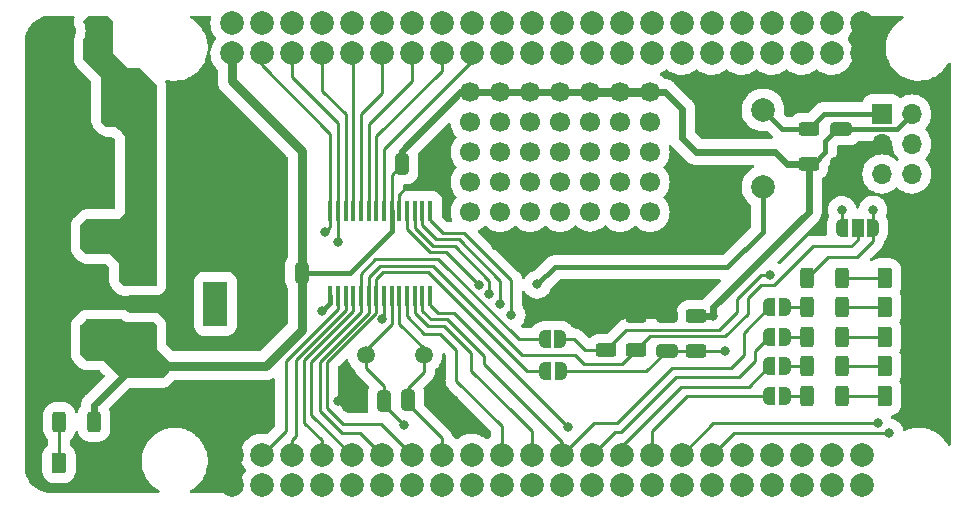
<source format=gtl>
G04 #@! TF.GenerationSoftware,KiCad,Pcbnew,(6.0.5)*
G04 #@! TF.CreationDate,2023-02-02T23:15:04-06:00*
G04 #@! TF.ProjectId,PIC18BT_MCE_Board,50494331-3842-4545-9f4d-43455f426f61,rev?*
G04 #@! TF.SameCoordinates,Original*
G04 #@! TF.FileFunction,Copper,L1,Top*
G04 #@! TF.FilePolarity,Positive*
%FSLAX46Y46*%
G04 Gerber Fmt 4.6, Leading zero omitted, Abs format (unit mm)*
G04 Created by KiCad (PCBNEW (6.0.5)) date 2023-02-02 23:15:04*
%MOMM*%
%LPD*%
G01*
G04 APERTURE LIST*
G04 Aperture macros list*
%AMRoundRect*
0 Rectangle with rounded corners*
0 $1 Rounding radius*
0 $2 $3 $4 $5 $6 $7 $8 $9 X,Y pos of 4 corners*
0 Add a 4 corners polygon primitive as box body*
4,1,4,$2,$3,$4,$5,$6,$7,$8,$9,$2,$3,0*
0 Add four circle primitives for the rounded corners*
1,1,$1+$1,$2,$3*
1,1,$1+$1,$4,$5*
1,1,$1+$1,$6,$7*
1,1,$1+$1,$8,$9*
0 Add four rect primitives between the rounded corners*
20,1,$1+$1,$2,$3,$4,$5,0*
20,1,$1+$1,$4,$5,$6,$7,0*
20,1,$1+$1,$6,$7,$8,$9,0*
20,1,$1+$1,$8,$9,$2,$3,0*%
%AMFreePoly0*
4,1,22,0.550000,-0.750000,0.000000,-0.750000,0.000000,-0.745033,-0.079941,-0.743568,-0.215256,-0.701293,-0.333266,-0.622738,-0.424486,-0.514219,-0.481581,-0.384460,-0.499164,-0.250000,-0.500000,-0.250000,-0.500000,0.250000,-0.499164,0.250000,-0.499963,0.256109,-0.478152,0.396186,-0.417904,0.524511,-0.324060,0.630769,-0.204165,0.706417,-0.067858,0.745374,0.000000,0.744959,0.000000,0.750000,
0.550000,0.750000,0.550000,-0.750000,0.550000,-0.750000,$1*%
%AMFreePoly1*
4,1,20,0.000000,0.744959,0.073905,0.744508,0.209726,0.703889,0.328688,0.626782,0.421226,0.519385,0.479903,0.390333,0.500000,0.250000,0.500000,-0.250000,0.499851,-0.262216,0.476331,-0.402017,0.414519,-0.529596,0.319384,-0.634700,0.198574,-0.708877,0.061801,-0.746166,0.000000,-0.745033,0.000000,-0.750000,-0.550000,-0.750000,-0.550000,0.750000,0.000000,0.750000,0.000000,0.744959,
0.000000,0.744959,$1*%
%AMFreePoly2*
4,1,22,0.500000,-0.750000,0.000000,-0.750000,0.000000,-0.745033,-0.079941,-0.743568,-0.215256,-0.701293,-0.333266,-0.622738,-0.424486,-0.514219,-0.481581,-0.384460,-0.499164,-0.250000,-0.500000,-0.250000,-0.500000,0.250000,-0.499164,0.250000,-0.499963,0.256109,-0.478152,0.396186,-0.417904,0.524511,-0.324060,0.630769,-0.204165,0.706417,-0.067858,0.745374,0.000000,0.744959,0.000000,0.750000,
0.500000,0.750000,0.500000,-0.750000,0.500000,-0.750000,$1*%
%AMFreePoly3*
4,1,20,0.000000,0.744959,0.073905,0.744508,0.209726,0.703889,0.328688,0.626782,0.421226,0.519385,0.479903,0.390333,0.500000,0.250000,0.500000,-0.250000,0.499851,-0.262216,0.476331,-0.402017,0.414519,-0.529596,0.319384,-0.634700,0.198574,-0.708877,0.061801,-0.746166,0.000000,-0.745033,0.000000,-0.750000,-0.500000,-0.750000,-0.500000,0.750000,0.000000,0.750000,0.000000,0.744959,
0.000000,0.744959,$1*%
G04 Aperture macros list end*
G04 #@! TA.AperFunction,SMDPad,CuDef*
%ADD10RoundRect,0.250000X0.325000X0.650000X-0.325000X0.650000X-0.325000X-0.650000X0.325000X-0.650000X0*%
G04 #@! TD*
G04 #@! TA.AperFunction,SMDPad,CuDef*
%ADD11RoundRect,0.250000X-0.625000X0.312500X-0.625000X-0.312500X0.625000X-0.312500X0.625000X0.312500X0*%
G04 #@! TD*
G04 #@! TA.AperFunction,SMDPad,CuDef*
%ADD12RoundRect,0.250000X0.312500X0.625000X-0.312500X0.625000X-0.312500X-0.625000X0.312500X-0.625000X0*%
G04 #@! TD*
G04 #@! TA.AperFunction,SMDPad,CuDef*
%ADD13FreePoly0,0.000000*%
G04 #@! TD*
G04 #@! TA.AperFunction,SMDPad,CuDef*
%ADD14R,1.000000X1.500000*%
G04 #@! TD*
G04 #@! TA.AperFunction,SMDPad,CuDef*
%ADD15FreePoly1,0.000000*%
G04 #@! TD*
G04 #@! TA.AperFunction,SMDPad,CuDef*
%ADD16RoundRect,0.250000X0.375000X0.625000X-0.375000X0.625000X-0.375000X-0.625000X0.375000X-0.625000X0*%
G04 #@! TD*
G04 #@! TA.AperFunction,SMDPad,CuDef*
%ADD17RoundRect,0.250000X0.650000X-0.325000X0.650000X0.325000X-0.650000X0.325000X-0.650000X-0.325000X0*%
G04 #@! TD*
G04 #@! TA.AperFunction,ComponentPad*
%ADD18R,1.600000X1.600000*%
G04 #@! TD*
G04 #@! TA.AperFunction,ComponentPad*
%ADD19C,1.600000*%
G04 #@! TD*
G04 #@! TA.AperFunction,SMDPad,CuDef*
%ADD20RoundRect,0.250000X-0.325000X-0.650000X0.325000X-0.650000X0.325000X0.650000X-0.325000X0.650000X0*%
G04 #@! TD*
G04 #@! TA.AperFunction,ComponentPad*
%ADD21C,1.700000*%
G04 #@! TD*
G04 #@! TA.AperFunction,SMDPad,CuDef*
%ADD22RoundRect,0.250000X-0.312500X-0.625000X0.312500X-0.625000X0.312500X0.625000X-0.312500X0.625000X0*%
G04 #@! TD*
G04 #@! TA.AperFunction,SMDPad,CuDef*
%ADD23R,0.450000X1.750000*%
G04 #@! TD*
G04 #@! TA.AperFunction,SMDPad,CuDef*
%ADD24RoundRect,0.250000X-0.650000X0.325000X-0.650000X-0.325000X0.650000X-0.325000X0.650000X0.325000X0*%
G04 #@! TD*
G04 #@! TA.AperFunction,SMDPad,CuDef*
%ADD25RoundRect,0.250000X0.625000X-0.312500X0.625000X0.312500X-0.625000X0.312500X-0.625000X-0.312500X0*%
G04 #@! TD*
G04 #@! TA.AperFunction,SMDPad,CuDef*
%ADD26FreePoly2,0.000000*%
G04 #@! TD*
G04 #@! TA.AperFunction,SMDPad,CuDef*
%ADD27FreePoly3,0.000000*%
G04 #@! TD*
G04 #@! TA.AperFunction,ComponentPad*
%ADD28C,1.500000*%
G04 #@! TD*
G04 #@! TA.AperFunction,ComponentPad*
%ADD29C,2.000000*%
G04 #@! TD*
G04 #@! TA.AperFunction,SMDPad,CuDef*
%ADD30R,2.000000X1.500000*%
G04 #@! TD*
G04 #@! TA.AperFunction,SMDPad,CuDef*
%ADD31R,2.000000X3.800000*%
G04 #@! TD*
G04 #@! TA.AperFunction,SMDPad,CuDef*
%ADD32FreePoly2,180.000000*%
G04 #@! TD*
G04 #@! TA.AperFunction,SMDPad,CuDef*
%ADD33FreePoly3,180.000000*%
G04 #@! TD*
G04 #@! TA.AperFunction,ComponentPad*
%ADD34R,3.500000X3.500000*%
G04 #@! TD*
G04 #@! TA.AperFunction,ComponentPad*
%ADD35R,1.700000X1.700000*%
G04 #@! TD*
G04 #@! TA.AperFunction,ComponentPad*
%ADD36O,1.700000X1.700000*%
G04 #@! TD*
G04 #@! TA.AperFunction,ViaPad*
%ADD37C,0.800000*%
G04 #@! TD*
G04 #@! TA.AperFunction,Conductor*
%ADD38C,0.250000*%
G04 #@! TD*
G04 #@! TA.AperFunction,Conductor*
%ADD39C,0.400000*%
G04 #@! TD*
G04 #@! TA.AperFunction,Conductor*
%ADD40C,0.600000*%
G04 #@! TD*
G04 #@! TA.AperFunction,Conductor*
%ADD41C,0.800000*%
G04 #@! TD*
G04 APERTURE END LIST*
D10*
X129255000Y-96550000D03*
X126305000Y-96550000D03*
D11*
X162640000Y-100257500D03*
X162640000Y-103182500D03*
D12*
X174962500Y-99500000D03*
X172037500Y-99500000D03*
D13*
X175020000Y-92750000D03*
D14*
X176320000Y-92750000D03*
D15*
X177620000Y-92750000D03*
D16*
X181400000Y-99500000D03*
X178600000Y-99500000D03*
X111500000Y-112700000D03*
X108700000Y-112700000D03*
D17*
X160190000Y-103155000D03*
X160190000Y-100205000D03*
D18*
X111752651Y-102400000D03*
D19*
X108252651Y-102400000D03*
D20*
X138245000Y-107370000D03*
X141195000Y-107370000D03*
D21*
X143510000Y-88900000D03*
X143510000Y-86360000D03*
X151130000Y-91440000D03*
X143510000Y-83820000D03*
D22*
X108737500Y-109200000D03*
X111662500Y-109200000D03*
D21*
X151130000Y-88900000D03*
X151130000Y-83820000D03*
X151130000Y-93980000D03*
D23*
X131665000Y-98530000D03*
X132315000Y-98530000D03*
X132965000Y-98530000D03*
X133615000Y-98530000D03*
X134265000Y-98530000D03*
X134915000Y-98530000D03*
X135565000Y-98530000D03*
X136215000Y-98530000D03*
X136865000Y-98530000D03*
X137515000Y-98530000D03*
X138165000Y-98530000D03*
X138815000Y-98530000D03*
X139465000Y-98530000D03*
X140115000Y-98530000D03*
X140115000Y-91330000D03*
X139465000Y-91330000D03*
X138815000Y-91330000D03*
X138165000Y-91330000D03*
X137515000Y-91330000D03*
X136865000Y-91330000D03*
X136215000Y-91330000D03*
X135565000Y-91330000D03*
X134915000Y-91330000D03*
X134265000Y-91330000D03*
X133615000Y-91330000D03*
X132965000Y-91330000D03*
X132315000Y-91330000D03*
X131665000Y-91330000D03*
D21*
X156210000Y-88900000D03*
D24*
X174940000Y-84385000D03*
X174940000Y-87335000D03*
X116600000Y-104425000D03*
X116600000Y-107375000D03*
D21*
X153670000Y-93980000D03*
D16*
X181400000Y-104500000D03*
X178600000Y-104500000D03*
D21*
X158750000Y-88900000D03*
D16*
X181400000Y-107000000D03*
X178600000Y-107000000D03*
D21*
X146050000Y-91440000D03*
X148590000Y-81280000D03*
D25*
X172170000Y-87322500D03*
X172170000Y-84397500D03*
D21*
X158750000Y-86360000D03*
X151130000Y-86360000D03*
D16*
X181400000Y-97000000D03*
X178600000Y-97000000D03*
D26*
X168850000Y-104500000D03*
D27*
X170150000Y-104500000D03*
D28*
X139590000Y-103540000D03*
X134690000Y-103540000D03*
D21*
X153665328Y-83805986D03*
X158750000Y-83820000D03*
X146050000Y-83820000D03*
X143510000Y-81280000D03*
X146050000Y-88900000D03*
X148590000Y-88900000D03*
X151130000Y-81280000D03*
D26*
X168850000Y-99500000D03*
D27*
X170150000Y-99500000D03*
D12*
X174962500Y-107000000D03*
X172037500Y-107000000D03*
D25*
X157590000Y-103142500D03*
X157590000Y-100217500D03*
D21*
X153665328Y-91425986D03*
D29*
X123330000Y-112000000D03*
X123330000Y-114540000D03*
X125870000Y-112000000D03*
X125870000Y-114540000D03*
X128410000Y-112000000D03*
X128410000Y-114540000D03*
X130950000Y-114540000D03*
X130950000Y-112000000D03*
X133490000Y-112000000D03*
X133490000Y-114540000D03*
X136030000Y-114540000D03*
X136030000Y-112000000D03*
X138570000Y-112000000D03*
X138570000Y-114540000D03*
X141110000Y-114540000D03*
X141110000Y-112000000D03*
X143650000Y-114540000D03*
X143650000Y-112000000D03*
X146190000Y-112000000D03*
X146190000Y-114540000D03*
X148730000Y-112000000D03*
X148730000Y-114540000D03*
X151270000Y-112000000D03*
X151270000Y-114540000D03*
X153810000Y-114540000D03*
X153810000Y-112000000D03*
X156350000Y-112000000D03*
X156350000Y-114540000D03*
X158890000Y-114540000D03*
X158890000Y-112000000D03*
X161430000Y-112000000D03*
X161430000Y-114540000D03*
X163970000Y-114540000D03*
X163970000Y-112000000D03*
X166510000Y-114540000D03*
X166510000Y-112000000D03*
X169050000Y-112000000D03*
X169050000Y-114540000D03*
X171590000Y-112000000D03*
X171590000Y-114540000D03*
X174130000Y-112000000D03*
X174130000Y-114540000D03*
X176670000Y-112000000D03*
X176670000Y-114540000D03*
X176670000Y-75460000D03*
X176670000Y-78000000D03*
X174130000Y-78000000D03*
X174130000Y-75460000D03*
X171590000Y-75460000D03*
X171590000Y-78000000D03*
X169050000Y-78000000D03*
X169050000Y-75460000D03*
X166510000Y-75460000D03*
X166510000Y-78000000D03*
X163970000Y-78000000D03*
X163970000Y-75460000D03*
X161430000Y-78000000D03*
X161430000Y-75460000D03*
X158890000Y-75460000D03*
X158890000Y-78000000D03*
X156350000Y-75460000D03*
X156350000Y-78000000D03*
X153810000Y-78000000D03*
X153810000Y-75460000D03*
X151270000Y-75460000D03*
X151270000Y-78000000D03*
X148730000Y-75460000D03*
X148730000Y-78000000D03*
X146190000Y-75460000D03*
X146190000Y-78000000D03*
X143650000Y-78000000D03*
X143650000Y-75460000D03*
X141110000Y-75460000D03*
X141110000Y-78000000D03*
X138570000Y-75460000D03*
X138570000Y-78000000D03*
X136030000Y-78000000D03*
X136030000Y-75460000D03*
X133490000Y-78000000D03*
X133490000Y-75460000D03*
X130950000Y-78000000D03*
X130950000Y-75460000D03*
X128410000Y-78000000D03*
X128410000Y-75460000D03*
X125870000Y-75460000D03*
X125870000Y-78000000D03*
X123330000Y-78000000D03*
X123330000Y-75460000D03*
D18*
X111634651Y-93726000D03*
D19*
X108134651Y-93726000D03*
D21*
X158750000Y-81280000D03*
X156210000Y-86360000D03*
D20*
X137745000Y-87390000D03*
X140695000Y-87390000D03*
D30*
X115650000Y-96900000D03*
X115650000Y-99200000D03*
X115650000Y-101500000D03*
D31*
X121950000Y-99200000D03*
D22*
X172037500Y-97000000D03*
X174962500Y-97000000D03*
D25*
X155020000Y-103132500D03*
X155020000Y-100207500D03*
D21*
X148590000Y-83820000D03*
X156210000Y-93980000D03*
X156210000Y-91440000D03*
D32*
X151140000Y-102210000D03*
D33*
X149840000Y-102210000D03*
D26*
X168850000Y-107000000D03*
D27*
X170150000Y-107000000D03*
D12*
X174962500Y-102000000D03*
X172037500Y-102000000D03*
D21*
X146050000Y-93980000D03*
X153665328Y-86345986D03*
D20*
X115655000Y-94160000D03*
X118605000Y-94160000D03*
D34*
X114600000Y-82200000D03*
X107600000Y-82200000D03*
X111600000Y-86900000D03*
D26*
X168850000Y-102000000D03*
D27*
X170150000Y-102000000D03*
D21*
X146050000Y-81280000D03*
X148590000Y-91440000D03*
X153670000Y-81280000D03*
X143510000Y-91440000D03*
X156210000Y-81280000D03*
D29*
X163800000Y-82775000D03*
X163800000Y-89275000D03*
X168300000Y-89275000D03*
X168300000Y-82775000D03*
D21*
X148590000Y-86360000D03*
X153665328Y-88885986D03*
D35*
X111835000Y-76120000D03*
D36*
X109295000Y-76120000D03*
D16*
X181400000Y-102000000D03*
X178600000Y-102000000D03*
D21*
X148590000Y-93980000D03*
X158750000Y-91440000D03*
X146050000Y-86360000D03*
X156210000Y-83820000D03*
D10*
X136225000Y-107390000D03*
X133275000Y-107390000D03*
D12*
X174962500Y-104500000D03*
X172037500Y-104500000D03*
D32*
X151190000Y-104900000D03*
D33*
X149890000Y-104900000D03*
D35*
X178370000Y-83120000D03*
D36*
X180910000Y-83120000D03*
X178370000Y-85660000D03*
X180910000Y-85660000D03*
X178370000Y-88200000D03*
X180910000Y-88200000D03*
D37*
X137950000Y-109480000D03*
X151840000Y-109640000D03*
X147000000Y-100140000D03*
X146050000Y-99250000D03*
X145120000Y-98390000D03*
X178060000Y-109320000D03*
X179000000Y-110120000D03*
X144250000Y-97590000D03*
X149210000Y-97550000D03*
X130970000Y-99780000D03*
X138910000Y-89250000D03*
X157590000Y-99030000D03*
X132290000Y-107390000D03*
X142180000Y-107370000D03*
X136060000Y-100520000D03*
X164110000Y-100240000D03*
X131250000Y-93120000D03*
X132310000Y-93960000D03*
X168860000Y-96730000D03*
X175020000Y-91270000D03*
X177630000Y-91250000D03*
X165110000Y-103170000D03*
D38*
X132315000Y-98530000D02*
X132315000Y-99655000D01*
X127910000Y-109960000D02*
X125870000Y-112000000D01*
X127910000Y-104060000D02*
X127910000Y-109960000D01*
X132315000Y-99655000D02*
X127910000Y-104060000D01*
X128410000Y-110750000D02*
X128410000Y-112000000D01*
X132965000Y-99745000D02*
X128800000Y-103910000D01*
X132965000Y-98530000D02*
X132965000Y-99745000D01*
X128800000Y-110360000D02*
X128410000Y-110750000D01*
X128800000Y-103910000D02*
X128800000Y-110360000D01*
X133615000Y-99825000D02*
X129480000Y-103960000D01*
X129480000Y-103960000D02*
X129480000Y-109270000D01*
X130950000Y-110740000D02*
X130950000Y-112000000D01*
X133615000Y-98530000D02*
X133615000Y-99825000D01*
X129480000Y-109270000D02*
X130950000Y-110740000D01*
X138245000Y-107705000D02*
X141120000Y-110580000D01*
X139590000Y-103540000D02*
X139590000Y-104940000D01*
X138245000Y-107370000D02*
X138245000Y-107705000D01*
X139590000Y-102950000D02*
X139590000Y-103540000D01*
X138245000Y-107370000D02*
X138245000Y-106285000D01*
X138245000Y-106285000D02*
X139590000Y-104940000D01*
X137515000Y-98530000D02*
X137515000Y-100875000D01*
X141120000Y-110580000D02*
X141120000Y-111990000D01*
X137515000Y-100875000D02*
X139590000Y-102950000D01*
X141120000Y-111990000D02*
X141110000Y-112000000D01*
X136225000Y-106165000D02*
X134690000Y-104630000D01*
X134690000Y-103540000D02*
X134690000Y-104630000D01*
X136865000Y-98530000D02*
X136865000Y-100935000D01*
X136225000Y-107755000D02*
X137950000Y-109480000D01*
X136225000Y-107390000D02*
X136225000Y-106165000D01*
X134690000Y-103110000D02*
X134690000Y-103540000D01*
X136865000Y-100935000D02*
X134690000Y-103110000D01*
X136225000Y-107390000D02*
X136225000Y-107755000D01*
X139630000Y-101710000D02*
X140980000Y-101710000D01*
X142355000Y-103085000D02*
X142355000Y-105725000D01*
X138165000Y-98530000D02*
X138165000Y-100245000D01*
X138165000Y-100245000D02*
X139630000Y-101710000D01*
X142355000Y-105725000D02*
X146190000Y-109560000D01*
X140980000Y-101710000D02*
X142355000Y-103085000D01*
X146190000Y-109560000D02*
X146190000Y-112000000D01*
X143585000Y-103385000D02*
X143585000Y-104855000D01*
X143585000Y-104855000D02*
X147210000Y-108480000D01*
X139910000Y-101070000D02*
X141270000Y-101070000D01*
X147210000Y-108480000D02*
X147625000Y-108895000D01*
X138815000Y-98530000D02*
X138815000Y-99975000D01*
X148730000Y-112000000D02*
X148730000Y-110000000D01*
X141270000Y-101070000D02*
X143585000Y-103385000D01*
X148730000Y-110000000D02*
X147210000Y-108480000D01*
X138815000Y-99975000D02*
X139910000Y-101070000D01*
X141520000Y-100510000D02*
X144660000Y-103650000D01*
X139465000Y-99775000D02*
X140200000Y-100510000D01*
X160610480Y-104639520D02*
X160610480Y-104649520D01*
X153970000Y-109300000D02*
X151270000Y-112000000D01*
X168850000Y-99500000D02*
X166690000Y-101660000D01*
X151270000Y-110910000D02*
X151270000Y-112000000D01*
X165570480Y-104639520D02*
X160610480Y-104639520D01*
X166690000Y-103520000D02*
X165570480Y-104639520D01*
X155960000Y-109300000D02*
X153970000Y-109300000D01*
X160610480Y-104649520D02*
X155960000Y-109300000D01*
X140200000Y-100510000D02*
X141520000Y-100510000D01*
X139465000Y-98530000D02*
X139465000Y-99775000D01*
X144660000Y-104300000D02*
X151270000Y-110910000D01*
X166690000Y-101660000D02*
X166690000Y-103520000D01*
X144660000Y-103650000D02*
X144660000Y-104300000D01*
X167630000Y-104010000D02*
X166270000Y-105370000D01*
X166270000Y-105370000D02*
X160950000Y-105370000D01*
X168850000Y-102000000D02*
X167630000Y-103220000D01*
X160950000Y-105370000D02*
X156260000Y-110060000D01*
X140115000Y-99265000D02*
X140115000Y-98530000D01*
X142140000Y-99940000D02*
X140790000Y-99940000D01*
X167630000Y-103220000D02*
X167630000Y-104010000D01*
X151840000Y-109640000D02*
X142140000Y-99940000D01*
X140790000Y-99940000D02*
X140115000Y-99265000D01*
X153810000Y-112000000D02*
X155750000Y-110060000D01*
X155750000Y-110060000D02*
X156260000Y-110060000D01*
X140115000Y-91330000D02*
X140115000Y-92135000D01*
X167130000Y-106220000D02*
X168850000Y-104500000D01*
X161330000Y-106220000D02*
X167130000Y-106220000D01*
X147000000Y-97210000D02*
X147000000Y-100140000D01*
X140115000Y-92135000D02*
X141180000Y-93200000D01*
X156350000Y-112000000D02*
X156350000Y-111200000D01*
X156350000Y-111200000D02*
X161330000Y-106220000D01*
X141180000Y-93200000D02*
X142990000Y-93200000D01*
X142990000Y-93200000D02*
X147000000Y-97210000D01*
X139465000Y-91330000D02*
X139465000Y-92545000D01*
X158890000Y-110000000D02*
X158890000Y-112000000D01*
X146050000Y-97230000D02*
X146050000Y-99250000D01*
X168850000Y-107000000D02*
X161890000Y-107000000D01*
X161890000Y-107000000D02*
X158890000Y-110000000D01*
X140650000Y-93730000D02*
X142550000Y-93730000D01*
X142550000Y-93730000D02*
X146050000Y-97230000D01*
X139465000Y-92545000D02*
X140650000Y-93730000D01*
X145120000Y-97230000D02*
X145120000Y-98390000D01*
X140810000Y-94310000D02*
X142200000Y-94310000D01*
X138815000Y-92735000D02*
X140390000Y-94310000D01*
X138815000Y-91330000D02*
X138815000Y-92735000D01*
X140810000Y-94310000D02*
X142050000Y-94310000D01*
X140390000Y-94310000D02*
X140810000Y-94310000D01*
X178060000Y-109320000D02*
X164110000Y-109320000D01*
X164110000Y-109320000D02*
X161430000Y-112000000D01*
X142200000Y-94310000D02*
X145120000Y-97230000D01*
X161430000Y-112000000D02*
X161430000Y-111190000D01*
X165850000Y-110120000D02*
X179000000Y-110120000D01*
X138165000Y-92895000D02*
X140120000Y-94850000D01*
X140120000Y-94850000D02*
X141360000Y-94850000D01*
X138165000Y-91330000D02*
X138165000Y-92895000D01*
X141510000Y-94850000D02*
X144250000Y-97590000D01*
X163970000Y-112000000D02*
X165850000Y-110120000D01*
X140120000Y-94850000D02*
X141510000Y-94850000D01*
D39*
X165300000Y-96100000D02*
X150660000Y-96100000D01*
X169922500Y-84397500D02*
X168300000Y-82775000D01*
X172170000Y-84397500D02*
X169922500Y-84397500D01*
X168300000Y-93100000D02*
X165300000Y-96100000D01*
X173447500Y-83120000D02*
X172170000Y-84397500D01*
X168300000Y-89275000D02*
X168300000Y-93100000D01*
X131665000Y-99085000D02*
X130970000Y-99780000D01*
X131665000Y-98530000D02*
X131665000Y-99085000D01*
X178370000Y-83120000D02*
X173447500Y-83120000D01*
X150660000Y-96100000D02*
X149210000Y-97550000D01*
D38*
X137515000Y-89945000D02*
X138210000Y-89250000D01*
X136215000Y-100365000D02*
X136060000Y-100520000D01*
X137515000Y-91330000D02*
X137515000Y-89945000D01*
X136215000Y-98530000D02*
X136215000Y-100365000D01*
X138210000Y-89250000D02*
X138910000Y-89250000D01*
X136215000Y-86065000D02*
X143650000Y-78630000D01*
X136215000Y-91330000D02*
X136215000Y-86065000D01*
X143650000Y-78630000D02*
X143650000Y-78000000D01*
X135565000Y-85015000D02*
X141110000Y-79470000D01*
X141110000Y-79470000D02*
X141110000Y-78000000D01*
X135565000Y-91330000D02*
X135565000Y-85015000D01*
X134915000Y-83985000D02*
X138570000Y-80330000D01*
X138570000Y-80330000D02*
X138570000Y-78000000D01*
X134915000Y-91330000D02*
X134915000Y-83985000D01*
X134265000Y-91330000D02*
X134265000Y-83125000D01*
X134265000Y-83125000D02*
X136030000Y-81360000D01*
X136030000Y-81360000D02*
X136030000Y-78000000D01*
X133615000Y-91330000D02*
X133615000Y-78125000D01*
X133615000Y-78125000D02*
X133490000Y-78000000D01*
X132965000Y-91330000D02*
X132965000Y-83155000D01*
X132965000Y-83155000D02*
X130950000Y-81140000D01*
X130950000Y-81140000D02*
X130950000Y-78000000D01*
D40*
X115035000Y-104425000D02*
X116600000Y-104425000D01*
D41*
X158750000Y-81280000D02*
X156210000Y-81280000D01*
D40*
X123330000Y-78000000D02*
X123330000Y-79560000D01*
X111662500Y-109200000D02*
X111662500Y-107797500D01*
D39*
X174940000Y-84385000D02*
X174615000Y-84385000D01*
D40*
X160010000Y-81280000D02*
X158750000Y-81280000D01*
X162610000Y-86320000D02*
X169310000Y-86320000D01*
D41*
X126235000Y-104425000D02*
X129255000Y-101405000D01*
D40*
X142690000Y-81280000D02*
X143510000Y-81280000D01*
X172170000Y-91420000D02*
X164110000Y-99480000D01*
X172170000Y-87322500D02*
X170312500Y-87322500D01*
D39*
X163152500Y-100240000D02*
X163150000Y-100237500D01*
D40*
X172170000Y-87322500D02*
X172170000Y-91420000D01*
D41*
X129255000Y-101405000D02*
X129255000Y-96550000D01*
D40*
X137745000Y-86225000D02*
X142690000Y-81280000D01*
X161470000Y-82740000D02*
X161470000Y-85180000D01*
X148590000Y-81280000D02*
X151130000Y-81280000D01*
D38*
X136865000Y-91330000D02*
X136865000Y-88270000D01*
D40*
X146050000Y-81280000D02*
X148590000Y-81280000D01*
X143510000Y-81280000D02*
X146050000Y-81280000D01*
D39*
X172607500Y-87322500D02*
X172170000Y-87322500D01*
D41*
X129255000Y-86265000D02*
X123330000Y-80340000D01*
D40*
X161470000Y-85180000D02*
X162610000Y-86320000D01*
X137745000Y-87390000D02*
X137745000Y-86225000D01*
D39*
X129255000Y-96550000D02*
X133350000Y-96550000D01*
D40*
X160010000Y-81280000D02*
X161470000Y-82740000D01*
X162640000Y-100257500D02*
X164092500Y-100257500D01*
D39*
X179645000Y-84385000D02*
X174940000Y-84385000D01*
D38*
X136865000Y-88270000D02*
X137745000Y-87390000D01*
D39*
X173550000Y-86380000D02*
X172607500Y-87322500D01*
X173550000Y-85450000D02*
X173550000Y-86380000D01*
D41*
X129255000Y-96550000D02*
X129255000Y-86265000D01*
D39*
X180910000Y-83120000D02*
X179645000Y-84385000D01*
D40*
X164092500Y-100257500D02*
X164110000Y-100240000D01*
D41*
X156210000Y-81280000D02*
X153670000Y-81280000D01*
D40*
X151130000Y-81280000D02*
X153670000Y-81280000D01*
X111662500Y-107797500D02*
X115035000Y-104425000D01*
X170312500Y-87322500D02*
X169310000Y-86320000D01*
D41*
X123330000Y-80340000D02*
X123330000Y-78000000D01*
D39*
X136865000Y-93035000D02*
X136865000Y-91330000D01*
D38*
X111752651Y-109109849D02*
X111662500Y-109200000D01*
D39*
X174615000Y-84385000D02*
X173550000Y-85450000D01*
D41*
X116600000Y-104425000D02*
X126235000Y-104425000D01*
D38*
X172170000Y-87322500D02*
X172170000Y-87155000D01*
D39*
X133350000Y-96550000D02*
X136865000Y-93035000D01*
D40*
X164110000Y-99480000D02*
X164110000Y-100240000D01*
D38*
X108737500Y-112662500D02*
X108700000Y-112700000D01*
X108737500Y-109200000D02*
X108737500Y-112662500D01*
X174962500Y-104500000D02*
X178600000Y-104500000D01*
X174962500Y-99500000D02*
X178600000Y-99500000D01*
X174962500Y-102000000D02*
X178600000Y-102000000D01*
X174962500Y-107000000D02*
X178600000Y-107000000D01*
X170150000Y-99500000D02*
X172037500Y-99500000D01*
X170150000Y-102000000D02*
X172037500Y-102000000D01*
X170150000Y-107000000D02*
X172037500Y-107000000D01*
X170150000Y-104500000D02*
X172037500Y-104500000D01*
X125870000Y-78000000D02*
X125870000Y-78990000D01*
X131665000Y-84785000D02*
X125870000Y-78990000D01*
X131245000Y-93115000D02*
X131250000Y-93120000D01*
X131665000Y-91330000D02*
X131665000Y-89805000D01*
X131665000Y-92705000D02*
X131250000Y-93120000D01*
X131665000Y-91330000D02*
X131665000Y-92705000D01*
X131665000Y-89805000D02*
X131665000Y-84785000D01*
X132315000Y-93955000D02*
X132310000Y-93960000D01*
X132315000Y-83915000D02*
X128410000Y-80010000D01*
X132315000Y-91330000D02*
X132315000Y-83915000D01*
X128410000Y-80010000D02*
X128410000Y-78000000D01*
X132315000Y-91330000D02*
X132315000Y-93955000D01*
X155020000Y-103132500D02*
X153242500Y-103132500D01*
X164550000Y-101420000D02*
X156732500Y-101420000D01*
X156732500Y-101420000D02*
X155020000Y-103132500D01*
X152320000Y-102210000D02*
X151140000Y-102210000D01*
X168160000Y-96730000D02*
X166120000Y-98770000D01*
X166120000Y-98770000D02*
X166120000Y-99850000D01*
X166120000Y-99850000D02*
X164550000Y-101420000D01*
X153242500Y-103132500D02*
X152320000Y-102210000D01*
X168860000Y-96730000D02*
X168160000Y-96730000D01*
X175020000Y-92750000D02*
X175020000Y-91270000D01*
X173827500Y-95210000D02*
X172037500Y-97000000D01*
X177620000Y-91260000D02*
X177630000Y-91250000D01*
X176250000Y-95210000D02*
X173827500Y-95210000D01*
X177620000Y-92750000D02*
X177620000Y-93840000D01*
X177620000Y-93840000D02*
X176250000Y-95210000D01*
X177620000Y-92750000D02*
X177620000Y-91260000D01*
X174962500Y-97000000D02*
X178600000Y-97000000D01*
X151190000Y-104900000D02*
X158445000Y-104900000D01*
X165097500Y-103182500D02*
X165110000Y-103170000D01*
X163132500Y-103145000D02*
X163150000Y-103162500D01*
X162612500Y-103155000D02*
X162640000Y-103182500D01*
X160190000Y-103155000D02*
X162612500Y-103155000D01*
X165102500Y-103162500D02*
X165110000Y-103170000D01*
X158445000Y-104900000D02*
X160190000Y-103155000D01*
X151190000Y-104900000D02*
X151199520Y-104909520D01*
X162640000Y-103182500D02*
X165097500Y-103182500D01*
X135565000Y-97095000D02*
X136120000Y-96540000D01*
X148290000Y-104900000D02*
X149890000Y-104900000D01*
X131410000Y-108050000D02*
X132755000Y-109395000D01*
X135965000Y-109395000D02*
X138570000Y-112000000D01*
X139930000Y-96540000D02*
X148290000Y-104900000D01*
X131410000Y-104130000D02*
X131410000Y-108050000D01*
X135565000Y-98530000D02*
X135565000Y-97095000D01*
X136120000Y-96540000D02*
X139930000Y-96540000D01*
X132755000Y-109395000D02*
X135965000Y-109395000D01*
X135565000Y-98530000D02*
X135565000Y-99975000D01*
X135565000Y-99975000D02*
X131410000Y-104130000D01*
X130080000Y-108590000D02*
X133490000Y-112000000D01*
X135500000Y-95410000D02*
X140810000Y-95410000D01*
X134265000Y-98530000D02*
X134265000Y-96645000D01*
X134265000Y-99905000D02*
X130080000Y-104090000D01*
X147610000Y-102210000D02*
X149840000Y-102210000D01*
X140810000Y-95410000D02*
X147610000Y-102210000D01*
X130080000Y-104090000D02*
X130080000Y-108590000D01*
X134265000Y-98530000D02*
X134265000Y-99905000D01*
X134265000Y-96645000D02*
X135500000Y-95410000D01*
X172540000Y-94340000D02*
X169270000Y-97610000D01*
X176320000Y-92750000D02*
X176320000Y-93750000D01*
X175730000Y-94340000D02*
X174270000Y-94340000D01*
X134170000Y-110140000D02*
X136030000Y-112000000D01*
X152380000Y-103510000D02*
X153196250Y-104326250D01*
X130760000Y-108230000D02*
X132670000Y-110140000D01*
X134915000Y-96935000D02*
X135870000Y-95980000D01*
X174270000Y-94340000D02*
X172660000Y-94340000D01*
X147900000Y-103510000D02*
X152380000Y-103510000D01*
X140370000Y-95980000D02*
X147900000Y-103510000D01*
X156406250Y-104326250D02*
X157590000Y-103142500D01*
X169270000Y-97610000D02*
X168100000Y-97610000D01*
X158772500Y-101960000D02*
X157590000Y-103142500D01*
X130760000Y-104110000D02*
X130760000Y-108230000D01*
X135870000Y-95980000D02*
X140370000Y-95980000D01*
X165110000Y-101960000D02*
X158772500Y-101960000D01*
X176320000Y-93750000D02*
X175730000Y-94340000D01*
X134915000Y-98530000D02*
X134915000Y-96935000D01*
X132670000Y-110140000D02*
X134170000Y-110140000D01*
X168100000Y-97610000D02*
X167035000Y-98675000D01*
X174270000Y-94340000D02*
X172540000Y-94340000D01*
X167035000Y-100035000D02*
X165110000Y-101960000D01*
X153196250Y-104326250D02*
X156406250Y-104326250D01*
X134915000Y-99955000D02*
X130760000Y-104110000D01*
X134915000Y-98530000D02*
X134915000Y-99955000D01*
X167035000Y-98675000D02*
X167035000Y-100035000D01*
G04 #@! TA.AperFunction,Conductor*
G36*
X114079799Y-100520002D02*
G01*
X114090287Y-100527529D01*
X114220734Y-100631664D01*
X114382423Y-100709827D01*
X114389284Y-100711411D01*
X114552212Y-100749026D01*
X114552215Y-100749026D01*
X114557411Y-100750226D01*
X114562163Y-100750500D01*
X114658132Y-100750500D01*
X116698309Y-100750499D01*
X116766430Y-100770501D01*
X116787404Y-100787404D01*
X116963095Y-100963095D01*
X116997121Y-101025407D01*
X117000000Y-101052190D01*
X117000000Y-103000000D01*
X117963095Y-103963095D01*
X117997121Y-104025407D01*
X118000000Y-104052190D01*
X118000000Y-104947810D01*
X117979998Y-105015931D01*
X117963095Y-105036905D01*
X117536905Y-105463095D01*
X117474593Y-105497121D01*
X117447810Y-105500000D01*
X114052190Y-105500000D01*
X113984069Y-105479998D01*
X113963095Y-105463095D01*
X112500000Y-104000000D01*
X111052190Y-104000000D01*
X110984069Y-103979998D01*
X110963095Y-103963095D01*
X110536905Y-103536905D01*
X110502879Y-103474593D01*
X110500000Y-103447810D01*
X110500000Y-101052190D01*
X110520002Y-100984069D01*
X110536905Y-100963095D01*
X110963095Y-100536905D01*
X111025407Y-100502879D01*
X111052190Y-100500000D01*
X114011678Y-100500000D01*
X114079799Y-100520002D01*
G37*
G04 #@! TD.AperFunction*
G04 #@! TA.AperFunction,Conductor*
G36*
X112820971Y-74820502D02*
G01*
X112839630Y-74835148D01*
X113136552Y-75117224D01*
X113210782Y-75187743D01*
X113246394Y-75249163D01*
X113250000Y-75279093D01*
X113250000Y-78000000D01*
X114500000Y-79250000D01*
X115472810Y-79250000D01*
X115540931Y-79270002D01*
X115561905Y-79286905D01*
X116963095Y-80688095D01*
X116997121Y-80750407D01*
X117000000Y-80777190D01*
X117000000Y-97550798D01*
X116979998Y-97618919D01*
X116926342Y-97665412D01*
X116856068Y-97675516D01*
X116845661Y-97673570D01*
X116804291Y-97664019D01*
X116747788Y-97650974D01*
X116747785Y-97650974D01*
X116742589Y-97649774D01*
X116737837Y-97649500D01*
X116736013Y-97649500D01*
X115640677Y-97649501D01*
X114562164Y-97649501D01*
X114557411Y-97649774D01*
X114382423Y-97690173D01*
X114333440Y-97713852D01*
X114263406Y-97725492D01*
X114198194Y-97697420D01*
X114189507Y-97689507D01*
X113786905Y-97286905D01*
X113752879Y-97224593D01*
X113750000Y-97197810D01*
X113750000Y-95750000D01*
X113000000Y-95000000D01*
X111052190Y-95000000D01*
X110984069Y-94979998D01*
X110963095Y-94963095D01*
X110536905Y-94536905D01*
X110502879Y-94474593D01*
X110500000Y-94447810D01*
X110500000Y-92552190D01*
X110520002Y-92484069D01*
X110536905Y-92463095D01*
X110963095Y-92036905D01*
X111025407Y-92002879D01*
X111052190Y-92000000D01*
X113750000Y-92000000D01*
X114250000Y-91500000D01*
X114250000Y-85000000D01*
X114103752Y-84853752D01*
X114079407Y-84819496D01*
X114034731Y-84727078D01*
X114034730Y-84727077D01*
X114031664Y-84720734D01*
X113919620Y-84580380D01*
X113779266Y-84468336D01*
X113680504Y-84420593D01*
X113646248Y-84396248D01*
X113500000Y-84250000D01*
X112802190Y-84250000D01*
X112734069Y-84229998D01*
X112713095Y-84213095D01*
X112286905Y-83786905D01*
X112252879Y-83724593D01*
X112250000Y-83697810D01*
X112250000Y-80000000D01*
X110786905Y-78536905D01*
X110752879Y-78474593D01*
X110750000Y-78447810D01*
X110750000Y-76940052D01*
X110766668Y-76880944D01*
X110765321Y-76880258D01*
X110767568Y-76875849D01*
X110770154Y-76871628D01*
X110869573Y-76631610D01*
X110909016Y-76467320D01*
X110929066Y-76383807D01*
X110929067Y-76383801D01*
X110930221Y-76378994D01*
X110950604Y-76120000D01*
X110930221Y-75861006D01*
X110929067Y-75856199D01*
X110929066Y-75856193D01*
X110870728Y-75613202D01*
X110869573Y-75608390D01*
X110770154Y-75368372D01*
X110767568Y-75364151D01*
X110765321Y-75359742D01*
X110767151Y-75358810D01*
X110750881Y-75298612D01*
X110772353Y-75230940D01*
X110787757Y-75212243D01*
X111162595Y-74837405D01*
X111224907Y-74803379D01*
X111251690Y-74800500D01*
X112752850Y-74800500D01*
X112820971Y-74820502D01*
G37*
G04 #@! TD.AperFunction*
G04 #@! TA.AperFunction,Conductor*
G36*
X109961860Y-74820502D02*
G01*
X110008353Y-74874158D01*
X110018457Y-74944432D01*
X110008818Y-74977810D01*
X110006021Y-74984083D01*
X110006015Y-74984098D01*
X110004575Y-74987328D01*
X109983103Y-75055000D01*
X109959101Y-75150577D01*
X109946011Y-75330476D01*
X109973282Y-75508777D01*
X109980156Y-75534210D01*
X109983125Y-75548910D01*
X109983304Y-75549620D01*
X109984254Y-75556629D01*
X109986740Y-75563251D01*
X110024512Y-75663867D01*
X110027815Y-75675860D01*
X110025969Y-75676624D01*
X110097338Y-75848924D01*
X110103443Y-75867714D01*
X110111699Y-75902100D01*
X110129862Y-75977756D01*
X110132955Y-75997284D01*
X110141835Y-76110114D01*
X110141835Y-76129885D01*
X110132956Y-76242708D01*
X110129863Y-76262237D01*
X110110865Y-76341372D01*
X110103443Y-76372285D01*
X110097335Y-76391084D01*
X110025969Y-76563376D01*
X110027975Y-76564207D01*
X110026217Y-76571614D01*
X109992105Y-76662522D01*
X109989848Y-76661675D01*
X109989805Y-76661876D01*
X109991402Y-76662326D01*
X109990493Y-76665549D01*
X109987193Y-76675611D01*
X109984198Y-76683594D01*
X109983249Y-76690608D01*
X109982198Y-76694782D01*
X109981285Y-76698204D01*
X109974735Y-76721433D01*
X109964696Y-76760811D01*
X109964211Y-76765114D01*
X109964211Y-76765115D01*
X109953183Y-76862993D01*
X109944500Y-76940052D01*
X109944500Y-78447810D01*
X109949114Y-78533900D01*
X109951993Y-78560683D01*
X109952499Y-78563295D01*
X109952499Y-78563297D01*
X109973350Y-78670988D01*
X109977736Y-78693644D01*
X109980072Y-78699367D01*
X109980074Y-78699372D01*
X109992570Y-78729979D01*
X110045914Y-78860637D01*
X110079940Y-78922949D01*
X110080415Y-78923760D01*
X110080419Y-78923766D01*
X110102594Y-78961579D01*
X110102599Y-78961586D01*
X110104869Y-78965457D01*
X110107669Y-78968968D01*
X110107673Y-78968974D01*
X110201482Y-79086607D01*
X110217330Y-79106480D01*
X111407595Y-80296745D01*
X111441621Y-80359057D01*
X111444500Y-80385840D01*
X111444500Y-83697810D01*
X111449114Y-83783900D01*
X111451993Y-83810683D01*
X111452499Y-83813295D01*
X111452499Y-83813297D01*
X111467272Y-83889597D01*
X111477736Y-83943644D01*
X111480072Y-83949367D01*
X111480074Y-83949372D01*
X111485569Y-83962831D01*
X111545914Y-84110637D01*
X111579940Y-84172949D01*
X111580415Y-84173760D01*
X111580419Y-84173766D01*
X111602594Y-84211579D01*
X111602599Y-84211586D01*
X111604869Y-84215457D01*
X111607669Y-84218968D01*
X111607673Y-84218974D01*
X111697497Y-84331610D01*
X111717330Y-84356480D01*
X112143520Y-84782670D01*
X112207649Y-84840275D01*
X112208955Y-84841328D01*
X112208965Y-84841336D01*
X112222235Y-84852030D01*
X112228623Y-84857178D01*
X112230816Y-84858660D01*
X112230826Y-84858667D01*
X112288469Y-84897610D01*
X112340844Y-84932995D01*
X112507135Y-85002870D01*
X112575256Y-85022872D01*
X112576175Y-85023111D01*
X112576191Y-85023116D01*
X112618601Y-85034171D01*
X112618606Y-85034172D01*
X112622949Y-85035304D01*
X112627413Y-85035807D01*
X112798680Y-85055105D01*
X112798689Y-85055105D01*
X112802190Y-85055500D01*
X113143391Y-85055500D01*
X113211977Y-85075817D01*
X113213886Y-85077174D01*
X113317334Y-85138353D01*
X113361647Y-85182666D01*
X113422826Y-85286114D01*
X113424183Y-85288023D01*
X113444500Y-85356609D01*
X113444500Y-91068500D01*
X113424498Y-91136621D01*
X113370842Y-91183114D01*
X113318500Y-91194500D01*
X111052190Y-91194500D01*
X110998662Y-91197369D01*
X110967794Y-91199023D01*
X110967786Y-91199024D01*
X110966100Y-91199114D01*
X110939317Y-91201993D01*
X110936705Y-91202499D01*
X110936703Y-91202499D01*
X110812433Y-91226559D01*
X110812429Y-91226560D01*
X110806356Y-91227736D01*
X110800633Y-91230072D01*
X110800628Y-91230074D01*
X110673949Y-91281794D01*
X110639363Y-91295914D01*
X110636277Y-91297599D01*
X110636271Y-91297602D01*
X110614686Y-91309389D01*
X110577051Y-91329940D01*
X110576240Y-91330415D01*
X110576234Y-91330419D01*
X110538421Y-91352594D01*
X110538414Y-91352599D01*
X110534543Y-91354869D01*
X110531032Y-91357669D01*
X110531026Y-91357673D01*
X110396291Y-91465120D01*
X110393520Y-91467330D01*
X109967330Y-91893520D01*
X109909725Y-91957649D01*
X109892822Y-91978623D01*
X109891340Y-91980816D01*
X109891333Y-91980826D01*
X109871102Y-92010772D01*
X109817005Y-92090844D01*
X109814609Y-92096546D01*
X109772883Y-92195848D01*
X109747130Y-92257135D01*
X109727128Y-92325256D01*
X109714696Y-92372949D01*
X109714193Y-92377413D01*
X109696659Y-92533032D01*
X109694500Y-92552190D01*
X109694500Y-94447810D01*
X109699114Y-94533900D01*
X109701993Y-94560683D01*
X109727736Y-94693644D01*
X109730072Y-94699367D01*
X109730074Y-94699372D01*
X109777773Y-94816204D01*
X109795914Y-94860637D01*
X109829940Y-94922949D01*
X109830415Y-94923760D01*
X109830419Y-94923766D01*
X109852594Y-94961579D01*
X109852599Y-94961586D01*
X109854869Y-94965457D01*
X109857669Y-94968968D01*
X109857673Y-94968974D01*
X109965120Y-95103709D01*
X109967330Y-95106480D01*
X110393520Y-95532670D01*
X110457649Y-95590275D01*
X110458955Y-95591328D01*
X110458965Y-95591336D01*
X110472235Y-95602030D01*
X110478623Y-95607178D01*
X110480816Y-95608660D01*
X110480826Y-95608667D01*
X110538469Y-95647610D01*
X110590844Y-95682995D01*
X110757135Y-95752870D01*
X110825256Y-95772872D01*
X110826175Y-95773111D01*
X110826191Y-95773116D01*
X110868601Y-95784171D01*
X110868606Y-95784172D01*
X110872949Y-95785304D01*
X110877413Y-95785807D01*
X111048680Y-95805105D01*
X111048689Y-95805105D01*
X111052190Y-95805500D01*
X112614160Y-95805500D01*
X112682281Y-95825502D01*
X112703255Y-95842405D01*
X112907595Y-96046745D01*
X112941621Y-96109057D01*
X112944500Y-96135840D01*
X112944500Y-97197810D01*
X112949114Y-97283900D01*
X112951993Y-97310683D01*
X112977736Y-97443644D01*
X112980072Y-97449367D01*
X112980074Y-97449372D01*
X113008273Y-97518440D01*
X113045914Y-97610637D01*
X113079940Y-97672949D01*
X113080415Y-97673760D01*
X113080419Y-97673766D01*
X113102594Y-97711579D01*
X113102599Y-97711586D01*
X113104869Y-97715457D01*
X113107669Y-97718968D01*
X113107673Y-97718974D01*
X113206146Y-97842456D01*
X113217330Y-97856480D01*
X113619932Y-98259082D01*
X113647079Y-98284992D01*
X113655766Y-98292905D01*
X113723055Y-98347860D01*
X113727598Y-98350453D01*
X113727599Y-98350454D01*
X113777417Y-98378892D01*
X113879704Y-98437281D01*
X113882947Y-98438677D01*
X113882949Y-98438678D01*
X113943138Y-98464588D01*
X113943149Y-98464592D01*
X113944916Y-98465353D01*
X113946727Y-98466005D01*
X113946731Y-98466006D01*
X114004987Y-98486961D01*
X114037630Y-98498703D01*
X114043015Y-98499638D01*
X114043019Y-98499639D01*
X114192506Y-98525592D01*
X114215346Y-98529557D01*
X114311481Y-98524505D01*
X114391939Y-98520278D01*
X114391945Y-98520277D01*
X114395472Y-98520092D01*
X114465506Y-98508452D01*
X114466449Y-98508266D01*
X114466457Y-98508264D01*
X114509444Y-98499760D01*
X114509446Y-98499759D01*
X114513851Y-98498888D01*
X114519642Y-98496852D01*
X114609702Y-98465189D01*
X114623148Y-98461286D01*
X114636380Y-98458231D01*
X114664725Y-98455001D01*
X115649998Y-98455001D01*
X116635270Y-98455000D01*
X116663150Y-98458176D01*
X116663160Y-98458132D01*
X116663589Y-98458226D01*
X116663613Y-98458229D01*
X116663841Y-98458282D01*
X116663892Y-98458293D01*
X116664463Y-98458425D01*
X116697607Y-98465347D01*
X116708014Y-98467293D01*
X116709611Y-98467507D01*
X116709617Y-98467508D01*
X116736659Y-98471132D01*
X116790414Y-98478336D01*
X116970704Y-98472817D01*
X116974201Y-98472314D01*
X116974203Y-98472314D01*
X117007628Y-98467508D01*
X117040978Y-98462713D01*
X117042849Y-98462326D01*
X117042860Y-98462324D01*
X117132114Y-98443859D01*
X117132118Y-98443858D01*
X117137463Y-98442752D01*
X117305145Y-98376284D01*
X117453831Y-98274169D01*
X117507487Y-98227676D01*
X117577869Y-98158716D01*
X117682995Y-98012144D01*
X117752870Y-97845853D01*
X117772872Y-97777732D01*
X117780401Y-97748849D01*
X117784171Y-97734387D01*
X117784172Y-97734382D01*
X117785304Y-97730039D01*
X117791737Y-97672949D01*
X117805105Y-97554308D01*
X117805105Y-97554299D01*
X117805500Y-97550798D01*
X117805500Y-97212163D01*
X120149500Y-97212163D01*
X120149501Y-101187836D01*
X120149774Y-101192589D01*
X120190173Y-101367577D01*
X120268336Y-101529266D01*
X120380380Y-101669620D01*
X120520734Y-101781664D01*
X120682423Y-101859827D01*
X120689284Y-101861411D01*
X120852212Y-101899026D01*
X120852215Y-101899026D01*
X120857411Y-101900226D01*
X120862163Y-101900500D01*
X120863987Y-101900500D01*
X121959323Y-101900499D01*
X123037836Y-101900499D01*
X123042589Y-101900226D01*
X123217577Y-101859827D01*
X123379266Y-101781664D01*
X123519620Y-101669620D01*
X123631664Y-101529266D01*
X123709827Y-101367577D01*
X123725839Y-101298221D01*
X123749026Y-101197788D01*
X123749026Y-101197785D01*
X123750226Y-101192589D01*
X123750500Y-101187837D01*
X123750499Y-97212164D01*
X123750226Y-97207411D01*
X123709827Y-97032423D01*
X123631664Y-96870734D01*
X123519620Y-96730380D01*
X123379266Y-96618336D01*
X123217577Y-96540173D01*
X123210716Y-96538589D01*
X123047788Y-96500974D01*
X123047785Y-96500974D01*
X123042589Y-96499774D01*
X123037837Y-96499500D01*
X123036013Y-96499500D01*
X121940677Y-96499501D01*
X120862164Y-96499501D01*
X120857411Y-96499774D01*
X120682423Y-96540173D01*
X120520734Y-96618336D01*
X120380380Y-96730380D01*
X120268336Y-96870734D01*
X120190173Y-97032423D01*
X120188589Y-97039284D01*
X120151596Y-97199520D01*
X120149774Y-97207411D01*
X120149500Y-97212163D01*
X117805500Y-97212163D01*
X117805500Y-80777190D01*
X117800886Y-80691100D01*
X117798007Y-80664317D01*
X117784815Y-80596179D01*
X117773441Y-80537433D01*
X117773440Y-80537429D01*
X117772264Y-80531356D01*
X117769926Y-80525630D01*
X117769923Y-80525619D01*
X117719234Y-80401464D01*
X117712003Y-80330836D01*
X117744105Y-80267512D01*
X117805346Y-80231595D01*
X117870404Y-80232659D01*
X117888055Y-80237687D01*
X118107264Y-80273584D01*
X118203192Y-80289293D01*
X118203196Y-80289293D01*
X118206772Y-80289879D01*
X118210398Y-80290050D01*
X118525749Y-80304921D01*
X118525750Y-80304921D01*
X118529376Y-80305092D01*
X118552553Y-80303512D01*
X118847960Y-80283374D01*
X118847968Y-80283373D01*
X118851591Y-80283126D01*
X118855167Y-80282463D01*
X118855169Y-80282463D01*
X119165580Y-80224932D01*
X119165584Y-80224931D01*
X119169145Y-80224271D01*
X119417659Y-80147818D01*
X119474352Y-80130377D01*
X119477830Y-80129307D01*
X119710884Y-80027003D01*
X119770232Y-80000951D01*
X119770236Y-80000949D01*
X119773555Y-79999492D01*
X119836730Y-79962576D01*
X120049259Y-79838384D01*
X120049261Y-79838383D01*
X120052399Y-79836549D01*
X120055308Y-79834365D01*
X120307761Y-79644819D01*
X120307765Y-79644816D01*
X120310668Y-79642636D01*
X120544936Y-79420323D01*
X120752101Y-79172557D01*
X120793858Y-79108988D01*
X120927427Y-78905649D01*
X120927432Y-78905640D01*
X120929414Y-78902623D01*
X121037576Y-78687567D01*
X121072900Y-78617334D01*
X121072903Y-78617326D01*
X121074527Y-78614098D01*
X121103260Y-78535583D01*
X121184269Y-78314216D01*
X121184270Y-78314212D01*
X121185517Y-78310805D01*
X121186362Y-78307283D01*
X121186365Y-78307275D01*
X121260064Y-78000295D01*
X121260065Y-78000291D01*
X121260911Y-77996766D01*
X121266803Y-77948081D01*
X121296535Y-77702381D01*
X121299710Y-77676143D01*
X121305246Y-77500000D01*
X121301042Y-77427091D01*
X121286864Y-77181193D01*
X121286863Y-77181188D01*
X121286655Y-77177573D01*
X121270786Y-77086651D01*
X121231752Y-76862993D01*
X121231750Y-76862986D01*
X121231128Y-76859420D01*
X121206865Y-76777507D01*
X121177083Y-76676965D01*
X121139402Y-76549757D01*
X121110129Y-76481126D01*
X121034662Y-76304198D01*
X121012692Y-76252689D01*
X120852677Y-75972154D01*
X120827535Y-75937927D01*
X120663622Y-75714786D01*
X120663620Y-75714783D01*
X120661479Y-75711869D01*
X120628728Y-75676624D01*
X120444099Y-75477940D01*
X120441632Y-75475285D01*
X120427436Y-75463160D01*
X120198805Y-75267892D01*
X120196049Y-75265538D01*
X119927986Y-75085407D01*
X119924768Y-75083746D01*
X119837040Y-75038466D01*
X119785681Y-74989448D01*
X119768976Y-74920444D01*
X119792228Y-74853364D01*
X119848056Y-74809503D01*
X119894830Y-74800500D01*
X121477747Y-74800500D01*
X121545868Y-74820502D01*
X121592361Y-74874158D01*
X121602465Y-74944432D01*
X121599873Y-74957503D01*
X121551881Y-75146470D01*
X121551412Y-75151126D01*
X121551412Y-75151127D01*
X121550919Y-75156025D01*
X121525070Y-75412736D01*
X121525294Y-75417403D01*
X121525294Y-75417408D01*
X121530904Y-75534200D01*
X121537909Y-75680041D01*
X121590118Y-75942512D01*
X121591698Y-75946912D01*
X121591698Y-75946913D01*
X121601892Y-75975305D01*
X121680549Y-76194383D01*
X121682765Y-76198507D01*
X121750982Y-76325465D01*
X121807215Y-76430121D01*
X121810010Y-76433864D01*
X121810012Y-76433867D01*
X121907615Y-76564573D01*
X121967335Y-76644547D01*
X121970654Y-76647837D01*
X121972927Y-76650452D01*
X122002521Y-76714987D01*
X121992527Y-76785277D01*
X121974706Y-76813683D01*
X121860075Y-76951512D01*
X121857652Y-76955505D01*
X121806621Y-77039602D01*
X121721244Y-77180298D01*
X121719437Y-77184606D01*
X121719437Y-77184607D01*
X121625650Y-77408264D01*
X121617755Y-77427091D01*
X121616604Y-77431623D01*
X121616603Y-77431626D01*
X121553797Y-77678925D01*
X121551881Y-77686470D01*
X121551412Y-77691128D01*
X121550279Y-77702381D01*
X121549864Y-77703402D01*
X121549940Y-77705742D01*
X121546659Y-77738328D01*
X121525070Y-77952736D01*
X121537909Y-78220041D01*
X121590118Y-78482512D01*
X121680549Y-78734383D01*
X121709401Y-78788080D01*
X121782308Y-78923766D01*
X121807215Y-78970121D01*
X121810010Y-78973864D01*
X121810012Y-78973867D01*
X121960455Y-79175334D01*
X121967335Y-79184547D01*
X121970649Y-79187832D01*
X121970654Y-79187838D01*
X122092205Y-79308332D01*
X122126502Y-79370495D01*
X122129500Y-79397816D01*
X122129500Y-80295271D01*
X122129230Y-80303512D01*
X122124770Y-80371560D01*
X122135571Y-80462812D01*
X122135699Y-80463895D01*
X122136040Y-80467149D01*
X122144546Y-80559711D01*
X122146116Y-80565278D01*
X122146117Y-80565282D01*
X122146152Y-80565406D01*
X122150008Y-80584789D01*
X122150704Y-80590667D01*
X122152416Y-80596179D01*
X122178272Y-80679451D01*
X122179186Y-80682535D01*
X122204435Y-80772064D01*
X122206988Y-80777241D01*
X122206992Y-80777251D01*
X122207054Y-80777376D01*
X122214379Y-80795737D01*
X122216131Y-80801379D01*
X122218821Y-80806491D01*
X122259403Y-80883625D01*
X122260896Y-80886556D01*
X122302020Y-80969947D01*
X122305564Y-80974693D01*
X122316108Y-80991405D01*
X122318863Y-80996641D01*
X122322440Y-81001178D01*
X122376417Y-81069648D01*
X122378413Y-81072250D01*
X122434033Y-81146733D01*
X122485030Y-81193874D01*
X122497517Y-81205417D01*
X122501083Y-81208847D01*
X128017595Y-86725358D01*
X128051621Y-86787670D01*
X128054500Y-86814453D01*
X128054500Y-95281058D01*
X128033204Y-95351151D01*
X128003140Y-95396059D01*
X128003135Y-95396068D01*
X127999711Y-95401183D01*
X127920541Y-95591377D01*
X127879821Y-95793327D01*
X127879500Y-95799663D01*
X127879501Y-97300336D01*
X127879821Y-97306673D01*
X127920541Y-97508623D01*
X127999711Y-97698817D01*
X128003135Y-97703932D01*
X128003140Y-97703941D01*
X128033204Y-97748849D01*
X128054500Y-97818942D01*
X128054500Y-100855546D01*
X128034498Y-100923667D01*
X128017595Y-100944641D01*
X125774642Y-103187595D01*
X125712330Y-103221620D01*
X125685547Y-103224500D01*
X118415840Y-103224500D01*
X118347719Y-103204498D01*
X118326745Y-103187595D01*
X117842405Y-102703255D01*
X117808379Y-102640943D01*
X117805500Y-102614160D01*
X117805500Y-101052190D01*
X117800886Y-100966100D01*
X117798007Y-100939317D01*
X117792503Y-100910890D01*
X117773441Y-100812433D01*
X117773440Y-100812429D01*
X117772264Y-100806356D01*
X117769928Y-100800633D01*
X117769926Y-100800628D01*
X117705416Y-100642621D01*
X117704086Y-100639363D01*
X117699181Y-100630379D01*
X117670509Y-100577874D01*
X117670060Y-100577051D01*
X117669581Y-100576234D01*
X117647406Y-100538421D01*
X117647401Y-100538414D01*
X117645131Y-100534543D01*
X117642331Y-100531032D01*
X117642327Y-100531026D01*
X117534880Y-100396291D01*
X117534878Y-100396289D01*
X117532670Y-100393520D01*
X117356979Y-100217829D01*
X117292850Y-100160224D01*
X117291544Y-100159171D01*
X117291534Y-100159163D01*
X117273953Y-100144995D01*
X117271876Y-100143321D01*
X117269683Y-100141839D01*
X117269673Y-100141832D01*
X117212030Y-100102889D01*
X117159655Y-100067504D01*
X116993364Y-99997629D01*
X116925243Y-99977627D01*
X116877549Y-99965194D01*
X116744400Y-99950192D01*
X116744465Y-99949618D01*
X116742608Y-99949778D01*
X116742589Y-99949774D01*
X116738698Y-99949550D01*
X116723910Y-99947884D01*
X116701819Y-99945394D01*
X116701810Y-99945394D01*
X116698309Y-99944999D01*
X116546508Y-99944999D01*
X114695804Y-99945000D01*
X114627683Y-99924998D01*
X114617193Y-99917470D01*
X114593431Y-99898500D01*
X114593405Y-99898480D01*
X114592824Y-99898016D01*
X114559943Y-99873118D01*
X114549455Y-99865591D01*
X114473024Y-99817005D01*
X114306733Y-99747130D01*
X114238612Y-99727128D01*
X114237693Y-99726889D01*
X114237677Y-99726884D01*
X114195267Y-99715829D01*
X114195262Y-99715828D01*
X114190919Y-99714696D01*
X114186455Y-99714193D01*
X114015188Y-99694895D01*
X114015179Y-99694895D01*
X114011678Y-99694500D01*
X111052190Y-99694500D01*
X110998662Y-99697369D01*
X110967794Y-99699023D01*
X110967786Y-99699024D01*
X110966100Y-99699114D01*
X110939317Y-99701993D01*
X110936705Y-99702499D01*
X110936703Y-99702499D01*
X110812433Y-99726559D01*
X110812429Y-99726560D01*
X110806356Y-99727736D01*
X110800633Y-99730072D01*
X110800628Y-99730074D01*
X110673949Y-99781794D01*
X110639363Y-99795914D01*
X110636277Y-99797599D01*
X110636271Y-99797602D01*
X110606829Y-99813680D01*
X110577051Y-99829940D01*
X110576240Y-99830415D01*
X110576234Y-99830419D01*
X110538421Y-99852594D01*
X110538414Y-99852599D01*
X110534543Y-99854869D01*
X110531032Y-99857669D01*
X110531026Y-99857673D01*
X110396830Y-99964690D01*
X110393520Y-99967330D01*
X109967330Y-100393520D01*
X109909725Y-100457649D01*
X109892822Y-100478623D01*
X109891340Y-100480816D01*
X109891333Y-100480826D01*
X109870422Y-100511778D01*
X109817005Y-100590844D01*
X109814609Y-100596546D01*
X109779581Y-100679906D01*
X109747130Y-100757135D01*
X109727128Y-100825256D01*
X109714696Y-100872949D01*
X109714193Y-100877413D01*
X109697180Y-101028409D01*
X109694500Y-101052190D01*
X109694500Y-103447810D01*
X109699114Y-103533900D01*
X109701993Y-103560683D01*
X109727736Y-103693644D01*
X109730072Y-103699367D01*
X109730074Y-103699372D01*
X109766304Y-103788111D01*
X109795914Y-103860637D01*
X109829940Y-103922949D01*
X109830415Y-103923760D01*
X109830419Y-103923766D01*
X109852594Y-103961579D01*
X109852599Y-103961586D01*
X109854869Y-103965457D01*
X109857669Y-103968968D01*
X109857673Y-103968974D01*
X109965120Y-104103709D01*
X109967330Y-104106480D01*
X110393520Y-104532670D01*
X110457649Y-104590275D01*
X110458955Y-104591328D01*
X110458965Y-104591336D01*
X110470153Y-104600352D01*
X110478623Y-104607178D01*
X110480816Y-104608660D01*
X110480826Y-104608667D01*
X110526848Y-104639759D01*
X110590844Y-104682995D01*
X110757135Y-104752870D01*
X110825256Y-104772872D01*
X110826175Y-104773111D01*
X110826191Y-104773116D01*
X110868601Y-104784171D01*
X110868606Y-104784172D01*
X110872949Y-104785304D01*
X110877413Y-104785807D01*
X111048680Y-104805105D01*
X111048689Y-104805105D01*
X111052190Y-104805500D01*
X112114160Y-104805500D01*
X112182281Y-104825502D01*
X112203255Y-104842405D01*
X112543159Y-105182309D01*
X112577185Y-105244621D01*
X112572120Y-105315436D01*
X112543159Y-105360499D01*
X110957575Y-106946083D01*
X110949365Y-106953015D01*
X110949569Y-106953251D01*
X110945033Y-106957166D01*
X110940140Y-106960637D01*
X110935994Y-106964968D01*
X110876487Y-107027130D01*
X110874564Y-107029094D01*
X110847228Y-107056430D01*
X110845321Y-107058739D01*
X110845312Y-107058749D01*
X110842566Y-107062074D01*
X110836436Y-107068967D01*
X110794925Y-107112331D01*
X110791675Y-107117365D01*
X110791673Y-107117367D01*
X110776913Y-107140227D01*
X110768215Y-107152111D01*
X110747075Y-107177710D01*
X110744202Y-107182969D01*
X110718293Y-107230390D01*
X110713582Y-107238310D01*
X110681015Y-107288746D01*
X110678771Y-107294314D01*
X110678770Y-107294316D01*
X110668605Y-107319539D01*
X110662312Y-107332852D01*
X110646390Y-107361994D01*
X110644563Y-107367702D01*
X110644562Y-107367704D01*
X110628090Y-107419164D01*
X110624954Y-107427851D01*
X110602519Y-107483519D01*
X110601369Y-107489408D01*
X110596157Y-107516099D01*
X110592495Y-107530363D01*
X110582370Y-107561994D01*
X110581655Y-107567946D01*
X110575210Y-107621596D01*
X110573773Y-107630716D01*
X110570371Y-107648138D01*
X110562270Y-107689622D01*
X110562000Y-107695143D01*
X110562000Y-107724021D01*
X110561101Y-107739049D01*
X110558143Y-107763675D01*
X110557324Y-107770491D01*
X110557747Y-107776467D01*
X110557747Y-107776471D01*
X110560781Y-107819321D01*
X110545640Y-107888684D01*
X110535269Y-107904036D01*
X110534316Y-107904989D01*
X110530894Y-107910101D01*
X110530893Y-107910102D01*
X110495879Y-107962405D01*
X110419711Y-108076183D01*
X110340541Y-108266377D01*
X110331586Y-108310791D01*
X110323514Y-108350822D01*
X110290442Y-108413645D01*
X110228656Y-108448615D01*
X110157771Y-108444630D01*
X110100294Y-108402954D01*
X110076486Y-108350822D01*
X110068414Y-108310791D01*
X110059459Y-108266377D01*
X109980289Y-108076183D01*
X109865684Y-107904989D01*
X109720011Y-107759316D01*
X109548817Y-107644711D01*
X109358623Y-107565541D01*
X109194224Y-107532393D01*
X109161261Y-107525746D01*
X109161260Y-107525746D01*
X109156673Y-107524821D01*
X109152007Y-107524585D01*
X109152002Y-107524584D01*
X109151925Y-107524580D01*
X109151907Y-107524580D01*
X109150337Y-107524500D01*
X109148740Y-107524500D01*
X108735553Y-107524501D01*
X108324664Y-107524501D01*
X108323108Y-107524580D01*
X108323091Y-107524580D01*
X108322997Y-107524585D01*
X108322995Y-107524585D01*
X108318327Y-107524821D01*
X108313740Y-107525746D01*
X108313739Y-107525746D01*
X108280776Y-107532393D01*
X108116377Y-107565541D01*
X107926183Y-107644711D01*
X107754989Y-107759316D01*
X107609316Y-107904989D01*
X107494711Y-108076183D01*
X107415541Y-108266377D01*
X107374821Y-108468327D01*
X107374500Y-108474663D01*
X107374501Y-109925336D01*
X107374821Y-109931673D01*
X107375746Y-109936260D01*
X107375746Y-109936261D01*
X107379802Y-109956375D01*
X107415541Y-110133623D01*
X107494711Y-110323817D01*
X107609316Y-110495011D01*
X107754989Y-110640684D01*
X107760107Y-110644110D01*
X107764875Y-110648027D01*
X107763254Y-110650001D01*
X107801582Y-110695960D01*
X107812000Y-110746128D01*
X107812000Y-111086929D01*
X107791998Y-111155050D01*
X107756094Y-111191632D01*
X107654989Y-111259316D01*
X107509316Y-111404989D01*
X107394711Y-111576183D01*
X107315541Y-111766377D01*
X107274821Y-111968327D01*
X107274500Y-111974663D01*
X107274501Y-113425336D01*
X107274821Y-113431673D01*
X107315541Y-113633623D01*
X107394711Y-113823817D01*
X107509316Y-113995011D01*
X107654989Y-114140684D01*
X107826183Y-114255289D01*
X108016377Y-114334459D01*
X108218327Y-114375179D01*
X108222993Y-114375415D01*
X108222998Y-114375416D01*
X108223075Y-114375420D01*
X108223093Y-114375420D01*
X108224663Y-114375500D01*
X108226260Y-114375500D01*
X108702242Y-114375499D01*
X109175336Y-114375499D01*
X109176892Y-114375420D01*
X109176909Y-114375420D01*
X109177003Y-114375415D01*
X109177005Y-114375415D01*
X109181673Y-114375179D01*
X109383623Y-114334459D01*
X109573817Y-114255289D01*
X109745011Y-114140684D01*
X109890684Y-113995011D01*
X110005289Y-113823817D01*
X110084459Y-113633623D01*
X110125179Y-113431673D01*
X110125500Y-113425337D01*
X110125499Y-111974664D01*
X110125179Y-111968327D01*
X110084459Y-111766377D01*
X110005289Y-111576183D01*
X109890684Y-111404989D01*
X109745011Y-111259316D01*
X109735438Y-111252907D01*
X109718906Y-111241840D01*
X109673426Y-111187323D01*
X109663000Y-111137136D01*
X109663000Y-110746128D01*
X109683002Y-110678007D01*
X109711171Y-110649301D01*
X109710125Y-110648027D01*
X109714893Y-110644110D01*
X109720011Y-110640684D01*
X109865684Y-110495011D01*
X109980289Y-110323817D01*
X110059459Y-110133623D01*
X110076486Y-110049178D01*
X110109558Y-109986355D01*
X110171344Y-109951385D01*
X110242229Y-109955370D01*
X110299706Y-109997046D01*
X110323514Y-110049178D01*
X110340541Y-110133623D01*
X110419711Y-110323817D01*
X110534316Y-110495011D01*
X110679989Y-110640684D01*
X110851183Y-110755289D01*
X111041377Y-110834459D01*
X111243327Y-110875179D01*
X111247993Y-110875415D01*
X111247998Y-110875416D01*
X111248075Y-110875420D01*
X111248093Y-110875420D01*
X111249663Y-110875500D01*
X111251260Y-110875500D01*
X111664447Y-110875499D01*
X112075336Y-110875499D01*
X112076892Y-110875420D01*
X112076909Y-110875420D01*
X112077003Y-110875415D01*
X112077005Y-110875415D01*
X112081673Y-110875179D01*
X112283623Y-110834459D01*
X112473817Y-110755289D01*
X112645011Y-110640684D01*
X112790684Y-110495011D01*
X112905289Y-110323817D01*
X112984459Y-110133623D01*
X113020198Y-109956375D01*
X113024254Y-109936261D01*
X113024254Y-109936260D01*
X113025179Y-109931673D01*
X113025500Y-109925337D01*
X113025499Y-108474664D01*
X113025179Y-108468327D01*
X112984459Y-108266377D01*
X112982093Y-108260693D01*
X112982092Y-108260689D01*
X112947953Y-108178674D01*
X112940241Y-108108098D01*
X112975183Y-108041159D01*
X114673937Y-106342405D01*
X114736249Y-106308379D01*
X114763032Y-106305500D01*
X117447810Y-106305500D01*
X117501338Y-106302631D01*
X117532206Y-106300977D01*
X117532214Y-106300976D01*
X117533900Y-106300886D01*
X117560683Y-106298007D01*
X117563295Y-106297501D01*
X117563297Y-106297501D01*
X117687567Y-106273441D01*
X117687571Y-106273440D01*
X117693644Y-106272264D01*
X117699367Y-106269928D01*
X117699372Y-106269926D01*
X117857379Y-106205416D01*
X117860637Y-106204086D01*
X117863723Y-106202401D01*
X117863729Y-106202398D01*
X117893901Y-106185922D01*
X117922949Y-106170060D01*
X117930607Y-106165569D01*
X117961579Y-106147406D01*
X117961586Y-106147401D01*
X117965457Y-106145131D01*
X117968968Y-106142331D01*
X117968974Y-106142327D01*
X118103709Y-106034880D01*
X118103711Y-106034878D01*
X118106480Y-106032670D01*
X118476745Y-105662405D01*
X118539057Y-105628379D01*
X118565840Y-105625500D01*
X126190271Y-105625500D01*
X126198513Y-105625770D01*
X126266560Y-105630230D01*
X126358927Y-105619298D01*
X126362149Y-105618960D01*
X126454711Y-105610454D01*
X126460278Y-105608884D01*
X126460282Y-105608883D01*
X126460406Y-105608848D01*
X126479789Y-105604992D01*
X126479929Y-105604975D01*
X126485667Y-105604296D01*
X126574459Y-105576726D01*
X126577535Y-105575814D01*
X126667064Y-105550565D01*
X126672241Y-105548012D01*
X126672251Y-105548008D01*
X126672376Y-105547946D01*
X126690737Y-105540621D01*
X126690860Y-105540583D01*
X126690864Y-105540581D01*
X126696379Y-105538869D01*
X126778634Y-105495593D01*
X126781565Y-105494099D01*
X126802772Y-105483641D01*
X126872715Y-105471451D01*
X126938144Y-105499011D01*
X126978287Y-105557569D01*
X126984500Y-105596647D01*
X126984500Y-109524455D01*
X126964498Y-109592576D01*
X126947595Y-109613550D01*
X126358904Y-110202241D01*
X126296592Y-110236267D01*
X126249558Y-110237508D01*
X126066932Y-110207766D01*
X126031976Y-110202073D01*
X126031975Y-110202073D01*
X126027364Y-110201322D01*
X125893569Y-110199570D01*
X125764451Y-110197880D01*
X125764448Y-110197880D01*
X125759774Y-110197819D01*
X125494605Y-110233907D01*
X125490118Y-110235215D01*
X125490117Y-110235215D01*
X125437762Y-110250475D01*
X125237683Y-110308792D01*
X125233430Y-110310752D01*
X125233429Y-110310753D01*
X125193987Y-110328936D01*
X124994652Y-110420831D01*
X124962030Y-110442219D01*
X124774764Y-110564996D01*
X124774759Y-110565000D01*
X124770851Y-110567562D01*
X124734473Y-110600031D01*
X124609169Y-110711869D01*
X124571197Y-110745760D01*
X124400075Y-110951512D01*
X124397652Y-110955505D01*
X124264836Y-111174379D01*
X124261244Y-111180298D01*
X124259437Y-111184606D01*
X124259437Y-111184607D01*
X124167964Y-111402746D01*
X124157755Y-111427091D01*
X124156604Y-111431623D01*
X124156603Y-111431626D01*
X124121190Y-111571064D01*
X124091881Y-111686470D01*
X124065070Y-111952736D01*
X124065294Y-111957403D01*
X124065294Y-111957408D01*
X124066123Y-111974663D01*
X124077909Y-112220041D01*
X124130118Y-112482512D01*
X124220549Y-112734383D01*
X124222765Y-112738507D01*
X124290982Y-112865465D01*
X124347215Y-112970121D01*
X124350010Y-112973864D01*
X124350012Y-112973867D01*
X124389559Y-113026826D01*
X124507335Y-113184547D01*
X124510654Y-113187837D01*
X124512927Y-113190452D01*
X124542521Y-113254987D01*
X124532527Y-113325277D01*
X124514706Y-113353683D01*
X124449843Y-113431673D01*
X124400075Y-113491512D01*
X124397652Y-113495505D01*
X124280092Y-113689238D01*
X124261244Y-113720298D01*
X124259437Y-113724606D01*
X124259437Y-113724607D01*
X124164931Y-113949979D01*
X124157755Y-113967091D01*
X124156604Y-113971623D01*
X124156603Y-113971626D01*
X124105573Y-114172557D01*
X124091881Y-114226470D01*
X124065070Y-114492736D01*
X124077909Y-114760041D01*
X124130118Y-115022512D01*
X124133138Y-115030924D01*
X124137332Y-115101793D01*
X124102545Y-115163683D01*
X124039819Y-115196940D01*
X124014550Y-115199500D01*
X119896644Y-115199500D01*
X119828523Y-115179498D01*
X119782030Y-115125842D01*
X119771926Y-115055568D01*
X119801420Y-114990988D01*
X119833074Y-114964712D01*
X120049259Y-114838384D01*
X120049261Y-114838383D01*
X120052399Y-114836549D01*
X120055308Y-114834365D01*
X120307761Y-114644819D01*
X120307765Y-114644816D01*
X120310668Y-114642636D01*
X120544936Y-114420323D01*
X120752101Y-114172557D01*
X120854502Y-114016666D01*
X120927427Y-113905649D01*
X120927432Y-113905640D01*
X120929414Y-113902623D01*
X121001971Y-113758360D01*
X121072900Y-113617334D01*
X121072903Y-113617326D01*
X121074527Y-113614098D01*
X121120703Y-113487918D01*
X121184269Y-113314216D01*
X121184270Y-113314212D01*
X121185517Y-113310805D01*
X121186362Y-113307283D01*
X121186365Y-113307275D01*
X121260064Y-113000295D01*
X121260065Y-113000291D01*
X121260911Y-112996766D01*
X121263682Y-112973867D01*
X121299374Y-112678922D01*
X121299374Y-112678916D01*
X121299710Y-112676143D01*
X121305246Y-112500000D01*
X121305085Y-112497204D01*
X121286864Y-112181193D01*
X121286863Y-112181188D01*
X121286655Y-112177573D01*
X121268621Y-112074245D01*
X121231752Y-111862993D01*
X121231750Y-111862986D01*
X121231128Y-111859420D01*
X121206865Y-111777507D01*
X121148914Y-111581870D01*
X121139402Y-111549757D01*
X121106283Y-111472109D01*
X121014114Y-111256023D01*
X121012692Y-111252689D01*
X120852677Y-110972154D01*
X120834874Y-110947918D01*
X120663622Y-110714786D01*
X120663620Y-110714783D01*
X120661479Y-110711869D01*
X120646696Y-110695960D01*
X120456260Y-110491027D01*
X120441632Y-110475285D01*
X120416525Y-110453841D01*
X120259118Y-110319404D01*
X120196049Y-110265538D01*
X120177208Y-110252877D01*
X120121793Y-110215640D01*
X119927986Y-110085407D01*
X119867470Y-110054172D01*
X119677992Y-109956375D01*
X119640996Y-109937280D01*
X119338883Y-109823121D01*
X119335362Y-109822237D01*
X119335357Y-109822235D01*
X119185433Y-109784577D01*
X119025651Y-109744443D01*
X119005805Y-109741830D01*
X118709055Y-109702762D01*
X118709047Y-109702761D01*
X118705451Y-109702288D01*
X118571081Y-109700177D01*
X118386170Y-109697272D01*
X118386166Y-109697272D01*
X118382528Y-109697215D01*
X118378913Y-109697576D01*
X118378908Y-109697576D01*
X118151132Y-109720311D01*
X118061163Y-109729291D01*
X117745614Y-109798092D01*
X117742187Y-109799265D01*
X117742181Y-109799267D01*
X117443495Y-109901530D01*
X117443490Y-109901532D01*
X117440064Y-109902705D01*
X117436796Y-109904264D01*
X117436788Y-109904267D01*
X117338004Y-109951385D01*
X117148562Y-110041744D01*
X116874974Y-110213366D01*
X116872140Y-110215636D01*
X116872135Y-110215640D01*
X116731901Y-110327989D01*
X116622924Y-110415296D01*
X116620371Y-110417876D01*
X116399885Y-110640684D01*
X116395754Y-110644858D01*
X116196474Y-110899008D01*
X116194581Y-110902097D01*
X116194579Y-110902100D01*
X116161853Y-110955505D01*
X116027727Y-111174379D01*
X115891748Y-111467320D01*
X115890608Y-111470767D01*
X115791480Y-111770503D01*
X115790340Y-111773949D01*
X115789604Y-111777504D01*
X115789603Y-111777507D01*
X115742873Y-112003160D01*
X115724848Y-112090201D01*
X115696138Y-112411885D01*
X115697623Y-112468601D01*
X115704592Y-112734737D01*
X115705103Y-112738327D01*
X115705103Y-112738328D01*
X115711036Y-112780018D01*
X115750098Y-113054477D01*
X115832053Y-113366869D01*
X115949369Y-113667770D01*
X115951073Y-113670988D01*
X116075320Y-113905649D01*
X116100493Y-113953193D01*
X116102545Y-113956178D01*
X116102550Y-113956187D01*
X116281364Y-114216363D01*
X116281370Y-114216370D01*
X116283421Y-114219355D01*
X116330326Y-114273123D01*
X116489983Y-114456142D01*
X116495728Y-114462728D01*
X116734601Y-114680086D01*
X116996874Y-114868548D01*
X117053327Y-114899969D01*
X117167299Y-114963405D01*
X117217093Y-115014011D01*
X117231623Y-115083505D01*
X117206275Y-115149823D01*
X117149097Y-115191908D01*
X117106021Y-115199500D01*
X108058647Y-115199500D01*
X108042856Y-115198507D01*
X108038985Y-115198018D01*
X108011247Y-115194514D01*
X108004239Y-115195201D01*
X108004237Y-115195201D01*
X107985441Y-115197044D01*
X107965539Y-115197415D01*
X107742487Y-115183923D01*
X107727383Y-115182089D01*
X107626942Y-115163683D01*
X107481119Y-115136960D01*
X107466358Y-115133322D01*
X107227324Y-115058836D01*
X107213100Y-115053441D01*
X106984787Y-114950687D01*
X106971317Y-114943617D01*
X106757065Y-114814096D01*
X106744544Y-114805454D01*
X106547456Y-114651045D01*
X106536068Y-114640955D01*
X106359045Y-114463932D01*
X106348955Y-114452544D01*
X106194546Y-114255456D01*
X106185903Y-114242934D01*
X106175950Y-114226470D01*
X106056383Y-114028683D01*
X106049313Y-114015213D01*
X105946559Y-113786900D01*
X105941164Y-113772675D01*
X105926185Y-113724607D01*
X105866678Y-113533642D01*
X105863038Y-113518874D01*
X105857366Y-113487918D01*
X105817911Y-113272617D01*
X105816077Y-113257513D01*
X105806534Y-113099750D01*
X105803644Y-113051975D01*
X105804502Y-113030366D01*
X105804397Y-113030358D01*
X105804613Y-113027546D01*
X105804642Y-113026826D01*
X105804701Y-113026404D01*
X105805251Y-113022493D01*
X105805479Y-113006180D01*
X105805545Y-113005624D01*
X105805493Y-113005133D01*
X105805565Y-113000000D01*
X105801285Y-112961843D01*
X105800500Y-112947798D01*
X105800500Y-77065111D01*
X105801726Y-77047575D01*
X105804700Y-77026416D01*
X105804700Y-77026411D01*
X105805251Y-77022493D01*
X105805565Y-77000000D01*
X105803486Y-76981467D01*
X105802930Y-76959816D01*
X105803433Y-76951512D01*
X105813796Y-76780189D01*
X105816077Y-76742487D01*
X105817911Y-76727383D01*
X105833091Y-76644547D01*
X105863040Y-76481119D01*
X105866679Y-76466352D01*
X105877970Y-76430121D01*
X105941164Y-76227324D01*
X105946559Y-76213100D01*
X106049313Y-75984787D01*
X106056385Y-75971313D01*
X106057642Y-75969235D01*
X106185904Y-75757065D01*
X106194546Y-75744544D01*
X106348955Y-75547456D01*
X106359045Y-75536068D01*
X106536068Y-75359045D01*
X106547456Y-75348955D01*
X106653930Y-75265538D01*
X106744546Y-75194545D01*
X106757066Y-75185903D01*
X106822296Y-75146470D01*
X106971317Y-75056383D01*
X106984787Y-75049313D01*
X107213100Y-74946559D01*
X107227325Y-74941164D01*
X107293817Y-74920444D01*
X107466358Y-74866678D01*
X107481119Y-74863040D01*
X107701855Y-74822589D01*
X107727383Y-74817911D01*
X107742487Y-74816077D01*
X107953969Y-74803284D01*
X107977370Y-74804048D01*
X107978910Y-74804242D01*
X107988753Y-74805486D01*
X108033474Y-74801101D01*
X108045770Y-74800500D01*
X109893739Y-74800500D01*
X109961860Y-74820502D01*
G37*
G04 #@! TD.AperFunction*
G04 #@! TA.AperFunction,Conductor*
G36*
X180165622Y-74820502D02*
G01*
X180212115Y-74874158D01*
X180222219Y-74944432D01*
X180192725Y-75009012D01*
X180154750Y-75037936D01*
X180155022Y-75038431D01*
X180151839Y-75040181D01*
X180148562Y-75041744D01*
X179874974Y-75213366D01*
X179872140Y-75215636D01*
X179872135Y-75215640D01*
X179806914Y-75267892D01*
X179622924Y-75415296D01*
X179395754Y-75644858D01*
X179196474Y-75899008D01*
X179194581Y-75902097D01*
X179194579Y-75902100D01*
X179151650Y-75972154D01*
X179027727Y-76174379D01*
X178891748Y-76467320D01*
X178890608Y-76470767D01*
X178793262Y-76765115D01*
X178790340Y-76773949D01*
X178789604Y-76777504D01*
X178789603Y-76777507D01*
X178738057Y-77026416D01*
X178724848Y-77090201D01*
X178696138Y-77411885D01*
X178696233Y-77415515D01*
X178696233Y-77415517D01*
X178697623Y-77468601D01*
X178703131Y-77678925D01*
X178704592Y-77734737D01*
X178750098Y-78054477D01*
X178832053Y-78366869D01*
X178949369Y-78667770D01*
X178982307Y-78729979D01*
X179084480Y-78922949D01*
X179100493Y-78953193D01*
X179102545Y-78956178D01*
X179102550Y-78956187D01*
X179281364Y-79216363D01*
X179281370Y-79216370D01*
X179283421Y-79219355D01*
X179386291Y-79337277D01*
X179491344Y-79457702D01*
X179495728Y-79462728D01*
X179734601Y-79680086D01*
X179996874Y-79868548D01*
X180279070Y-80025616D01*
X180577448Y-80149208D01*
X180580942Y-80150203D01*
X180580944Y-80150204D01*
X180884554Y-80236690D01*
X180884559Y-80236691D01*
X180888055Y-80237687D01*
X181107264Y-80273584D01*
X181203192Y-80289293D01*
X181203196Y-80289293D01*
X181206772Y-80289879D01*
X181210398Y-80290050D01*
X181525749Y-80304921D01*
X181525750Y-80304921D01*
X181529376Y-80305092D01*
X181552553Y-80303512D01*
X181847960Y-80283374D01*
X181847968Y-80283373D01*
X181851591Y-80283126D01*
X181855167Y-80282463D01*
X181855169Y-80282463D01*
X182165580Y-80224932D01*
X182165584Y-80224931D01*
X182169145Y-80224271D01*
X182417659Y-80147818D01*
X182474352Y-80130377D01*
X182477830Y-80129307D01*
X182710884Y-80027003D01*
X182770232Y-80000951D01*
X182770236Y-80000949D01*
X182773555Y-79999492D01*
X182836730Y-79962576D01*
X183049259Y-79838384D01*
X183049261Y-79838383D01*
X183052399Y-79836549D01*
X183055308Y-79834365D01*
X183307761Y-79644819D01*
X183307765Y-79644816D01*
X183310668Y-79642636D01*
X183544936Y-79420323D01*
X183752101Y-79172557D01*
X183793858Y-79108988D01*
X183927427Y-78905649D01*
X183927432Y-78905640D01*
X183929414Y-78902623D01*
X183960936Y-78839949D01*
X184009412Y-78788080D01*
X184078237Y-78770653D01*
X184145557Y-78793202D01*
X184190000Y-78848567D01*
X184199500Y-78896564D01*
X184199500Y-111104988D01*
X184179498Y-111173109D01*
X184125842Y-111219602D01*
X184055568Y-111229706D01*
X183990988Y-111200212D01*
X183964053Y-111167416D01*
X183854474Y-110975305D01*
X183852677Y-110972154D01*
X183834874Y-110947918D01*
X183663622Y-110714786D01*
X183663620Y-110714783D01*
X183661479Y-110711869D01*
X183646696Y-110695960D01*
X183456260Y-110491027D01*
X183441632Y-110475285D01*
X183416525Y-110453841D01*
X183259118Y-110319404D01*
X183196049Y-110265538D01*
X183177208Y-110252877D01*
X183121793Y-110215640D01*
X182927986Y-110085407D01*
X182867470Y-110054172D01*
X182677992Y-109956375D01*
X182640996Y-109937280D01*
X182338883Y-109823121D01*
X182335362Y-109822237D01*
X182335357Y-109822235D01*
X182185433Y-109784577D01*
X182025651Y-109744443D01*
X182005805Y-109741830D01*
X181709055Y-109702762D01*
X181709047Y-109702761D01*
X181705451Y-109702288D01*
X181571081Y-109700177D01*
X181386170Y-109697272D01*
X181386166Y-109697272D01*
X181382528Y-109697215D01*
X181378913Y-109697576D01*
X181378908Y-109697576D01*
X181151132Y-109720311D01*
X181061163Y-109729291D01*
X180745614Y-109798092D01*
X180742187Y-109799265D01*
X180742181Y-109799267D01*
X180443495Y-109901530D01*
X180443490Y-109901532D01*
X180440064Y-109902705D01*
X180436796Y-109904264D01*
X180436788Y-109904267D01*
X180389124Y-109927002D01*
X180351276Y-109945055D01*
X180351177Y-109945102D01*
X180281082Y-109956375D01*
X180216018Y-109927962D01*
X180175665Y-109865581D01*
X180125565Y-109687936D01*
X180027980Y-109490053D01*
X179895967Y-109313267D01*
X179733949Y-109163499D01*
X179547350Y-109045764D01*
X179342421Y-108964006D01*
X179271040Y-108949807D01*
X179208131Y-108916901D01*
X179182616Y-108881956D01*
X179153168Y-108822240D01*
X179140978Y-108752298D01*
X179168538Y-108686869D01*
X179227096Y-108646726D01*
X179241269Y-108642999D01*
X179283623Y-108634459D01*
X179473817Y-108555289D01*
X179645011Y-108440684D01*
X179790684Y-108295011D01*
X179905289Y-108123817D01*
X179984459Y-107933623D01*
X180025179Y-107731673D01*
X180025500Y-107725337D01*
X180025499Y-106274664D01*
X180025179Y-106268327D01*
X179984459Y-106066377D01*
X179905289Y-105876183D01*
X179901865Y-105871069D01*
X179901859Y-105871057D01*
X179867741Y-105820094D01*
X179846466Y-105752360D01*
X179867741Y-105679906D01*
X179901859Y-105628943D01*
X179901865Y-105628931D01*
X179905289Y-105623817D01*
X179984459Y-105433623D01*
X180025179Y-105231673D01*
X180025500Y-105225337D01*
X180025499Y-103774664D01*
X180025179Y-103768327D01*
X179984459Y-103566377D01*
X179905289Y-103376183D01*
X179901865Y-103371069D01*
X179901859Y-103371057D01*
X179867741Y-103320094D01*
X179846466Y-103252360D01*
X179867741Y-103179906D01*
X179901859Y-103128943D01*
X179901865Y-103128931D01*
X179905289Y-103123817D01*
X179984459Y-102933623D01*
X180025179Y-102731673D01*
X180025500Y-102725337D01*
X180025499Y-101274664D01*
X180025179Y-101268327D01*
X179984459Y-101066377D01*
X179905289Y-100876183D01*
X179901865Y-100871069D01*
X179901859Y-100871057D01*
X179867741Y-100820094D01*
X179846466Y-100752360D01*
X179867741Y-100679906D01*
X179901859Y-100628943D01*
X179901865Y-100628931D01*
X179905289Y-100623817D01*
X179984459Y-100433623D01*
X180025179Y-100231673D01*
X180025500Y-100225337D01*
X180025499Y-98774664D01*
X180025179Y-98768327D01*
X180021780Y-98751467D01*
X180013342Y-98709623D01*
X179984459Y-98566377D01*
X179905289Y-98376183D01*
X179901865Y-98371069D01*
X179901859Y-98371057D01*
X179867741Y-98320094D01*
X179846466Y-98252360D01*
X179867741Y-98179906D01*
X179901859Y-98128943D01*
X179901865Y-98128931D01*
X179905289Y-98123817D01*
X179984459Y-97933623D01*
X180021716Y-97748849D01*
X180024254Y-97736261D01*
X180024254Y-97736260D01*
X180025179Y-97731673D01*
X180025500Y-97725337D01*
X180025499Y-96274664D01*
X180025179Y-96268327D01*
X179984459Y-96066377D01*
X179905289Y-95876183D01*
X179790684Y-95704989D01*
X179645011Y-95559316D01*
X179473817Y-95444711D01*
X179283623Y-95365541D01*
X179081673Y-95324821D01*
X179077007Y-95324585D01*
X179077002Y-95324584D01*
X179076925Y-95324580D01*
X179076907Y-95324580D01*
X179075337Y-95324500D01*
X179073740Y-95324500D01*
X178597758Y-95324501D01*
X178124664Y-95324501D01*
X178123108Y-95324580D01*
X178123091Y-95324580D01*
X178122997Y-95324585D01*
X178122995Y-95324585D01*
X178118327Y-95324821D01*
X177916377Y-95365541D01*
X177726183Y-95444711D01*
X177652818Y-95493825D01*
X177577793Y-95544050D01*
X177510058Y-95565324D01*
X177441575Y-95546601D01*
X177394086Y-95493825D01*
X177382668Y-95423753D01*
X177410946Y-95358631D01*
X177418593Y-95350262D01*
X178215909Y-94552946D01*
X178230938Y-94540109D01*
X178237354Y-94535447D01*
X178242692Y-94531569D01*
X178289369Y-94479729D01*
X178293910Y-94474945D01*
X178308725Y-94460130D01*
X178317317Y-94449520D01*
X178321920Y-94443836D01*
X178326204Y-94438821D01*
X178368447Y-94391905D01*
X178368450Y-94391901D01*
X178372870Y-94386992D01*
X178380133Y-94374412D01*
X178391326Y-94358127D01*
X178396308Y-94351974D01*
X178396310Y-94351972D01*
X178400465Y-94346840D01*
X178415879Y-94316588D01*
X178432118Y-94284717D01*
X178435266Y-94278919D01*
X178466843Y-94224226D01*
X178466844Y-94224224D01*
X178470144Y-94218508D01*
X178474630Y-94204700D01*
X178482195Y-94186437D01*
X178485790Y-94179381D01*
X178485790Y-94179380D01*
X178488788Y-94173497D01*
X178506856Y-94106068D01*
X178508705Y-94099830D01*
X178530262Y-94033482D01*
X178531780Y-94019038D01*
X178535379Y-93999620D01*
X178539142Y-93985577D01*
X178539883Y-93971432D01*
X178563421Y-93904452D01*
X178572295Y-93893468D01*
X178635412Y-93823738D01*
X178636018Y-93823069D01*
X178667409Y-93786221D01*
X178694020Y-93744092D01*
X178726848Y-93692119D01*
X178763742Y-93633709D01*
X178784167Y-93591553D01*
X178825778Y-93505666D01*
X178825786Y-93505648D01*
X178826189Y-93504817D01*
X178845972Y-93460651D01*
X178848118Y-93453159D01*
X178894659Y-93290623D01*
X178894660Y-93290618D01*
X178895630Y-93287231D01*
X178915942Y-93166497D01*
X178918989Y-93148389D01*
X178918989Y-93148386D01*
X178919392Y-93145993D01*
X178923357Y-93101795D01*
X178930278Y-93024628D01*
X178930278Y-93024627D01*
X178930496Y-93022197D01*
X178930647Y-93009855D01*
X178925831Y-92935876D01*
X178925565Y-92927691D01*
X178925565Y-92582809D01*
X178926069Y-92571552D01*
X178927815Y-92552089D01*
X178930496Y-92522197D01*
X178930647Y-92509855D01*
X178926960Y-92453217D01*
X178922729Y-92388221D01*
X178922728Y-92388211D01*
X178922571Y-92385800D01*
X178902267Y-92244023D01*
X178902104Y-92243085D01*
X178894738Y-92200756D01*
X178894737Y-92200751D01*
X178893969Y-92196339D01*
X178892437Y-92191628D01*
X178839256Y-92028161D01*
X178839255Y-92028157D01*
X178838162Y-92024799D01*
X178778882Y-91894420D01*
X178757537Y-91850987D01*
X178750487Y-91840660D01*
X178728596Y-91773123D01*
X178735234Y-91729114D01*
X178800475Y-91536921D01*
X178800476Y-91536916D01*
X178802331Y-91531452D01*
X178803159Y-91525743D01*
X178803160Y-91525738D01*
X178828264Y-91352594D01*
X178833991Y-91313098D01*
X178835643Y-91250000D01*
X178815454Y-91030289D01*
X178812186Y-91018699D01*
X178762775Y-90843500D01*
X178755565Y-90817936D01*
X178657980Y-90620053D01*
X178525967Y-90443267D01*
X178428586Y-90353249D01*
X178368189Y-90297418D01*
X178368186Y-90297416D01*
X178363949Y-90293499D01*
X178177350Y-90175764D01*
X177972421Y-90094006D01*
X177966761Y-90092880D01*
X177966757Y-90092879D01*
X177761691Y-90052089D01*
X177761688Y-90052089D01*
X177756024Y-90050962D01*
X177750249Y-90050886D01*
X177750245Y-90050886D01*
X177639504Y-90049437D01*
X177535406Y-90048074D01*
X177529709Y-90049053D01*
X177529708Y-90049053D01*
X177323654Y-90084459D01*
X177323653Y-90084459D01*
X177317957Y-90085438D01*
X177110957Y-90161804D01*
X177105996Y-90164756D01*
X177105995Y-90164756D01*
X176930255Y-90269311D01*
X176921341Y-90274614D01*
X176755457Y-90420090D01*
X176618863Y-90593360D01*
X176516131Y-90788620D01*
X176450703Y-90999333D01*
X176450024Y-91005072D01*
X176448411Y-91018699D01*
X176420542Y-91083997D01*
X176361795Y-91123862D01*
X176290821Y-91125638D01*
X176230153Y-91088760D01*
X176202015Y-91038093D01*
X176147134Y-90843500D01*
X176145565Y-90837936D01*
X176047980Y-90640053D01*
X175915967Y-90463267D01*
X175753949Y-90313499D01*
X175567350Y-90195764D01*
X175362421Y-90114006D01*
X175356761Y-90112880D01*
X175356757Y-90112879D01*
X175151691Y-90072089D01*
X175151688Y-90072089D01*
X175146024Y-90070962D01*
X175140249Y-90070886D01*
X175140245Y-90070886D01*
X175029504Y-90069437D01*
X174925406Y-90068074D01*
X174919709Y-90069053D01*
X174919708Y-90069053D01*
X174713654Y-90104459D01*
X174713653Y-90104459D01*
X174707957Y-90105438D01*
X174500957Y-90181804D01*
X174495996Y-90184756D01*
X174495995Y-90184756D01*
X174318396Y-90290417D01*
X174311341Y-90294614D01*
X174145457Y-90440090D01*
X174008863Y-90613360D01*
X173906131Y-90808620D01*
X173840703Y-91019333D01*
X173814770Y-91238440D01*
X173829200Y-91458604D01*
X173830621Y-91464200D01*
X173830622Y-91464205D01*
X173877695Y-91649551D01*
X173883511Y-91672452D01*
X173885928Y-91677694D01*
X173885928Y-91677695D01*
X173903636Y-91716107D01*
X173913991Y-91786345D01*
X173896553Y-91834839D01*
X173868605Y-91880306D01*
X173807736Y-92009951D01*
X173788489Y-92054366D01*
X173787308Y-92058688D01*
X173787307Y-92058692D01*
X173749707Y-92196339D01*
X173740955Y-92228380D01*
X173718921Y-92369898D01*
X173712916Y-92417916D01*
X173712996Y-92422398D01*
X173714886Y-92528450D01*
X173714452Y-92532862D01*
X173714435Y-92532862D01*
X173714435Y-92897922D01*
X173713506Y-92912829D01*
X173713472Y-92913473D01*
X173712916Y-92917916D01*
X173716131Y-93098277D01*
X173716591Y-93101795D01*
X173731265Y-93214011D01*
X173734701Y-93240291D01*
X173734856Y-93241250D01*
X173734857Y-93241258D01*
X173739242Y-93268417D01*
X173730354Y-93338855D01*
X173684794Y-93393306D01*
X173614853Y-93414500D01*
X172622758Y-93414500D01*
X172603049Y-93412949D01*
X172588703Y-93410677D01*
X172582116Y-93411022D01*
X172582111Y-93411022D01*
X172519058Y-93414327D01*
X172512464Y-93414500D01*
X172491496Y-93414500D01*
X172488224Y-93414844D01*
X172488222Y-93414844D01*
X172470636Y-93416692D01*
X172464062Y-93417209D01*
X172401017Y-93420513D01*
X172401014Y-93420514D01*
X172394422Y-93420859D01*
X172380393Y-93424618D01*
X172360951Y-93428221D01*
X172346518Y-93429738D01*
X172280196Y-93451287D01*
X172273885Y-93453157D01*
X172206503Y-93471212D01*
X172200623Y-93474208D01*
X172193563Y-93477805D01*
X172175300Y-93485370D01*
X172161492Y-93489856D01*
X172155776Y-93493156D01*
X172155774Y-93493157D01*
X172101081Y-93524734D01*
X172095283Y-93527882D01*
X172033160Y-93559535D01*
X172028028Y-93563690D01*
X172028026Y-93563692D01*
X172021873Y-93568674D01*
X172005588Y-93579867D01*
X171993008Y-93587130D01*
X171988099Y-93591550D01*
X171988095Y-93591553D01*
X171941179Y-93633796D01*
X171936164Y-93638080D01*
X171927525Y-93645076D01*
X171919870Y-93651275D01*
X171905055Y-93666090D01*
X171900271Y-93670631D01*
X171848431Y-93717308D01*
X171839890Y-93729064D01*
X171827053Y-93744092D01*
X169785463Y-95785682D01*
X169723151Y-95819708D01*
X169652336Y-95814643D01*
X169610839Y-95789112D01*
X169598189Y-95777418D01*
X169598186Y-95777416D01*
X169593949Y-95773499D01*
X169589065Y-95770418D01*
X169584482Y-95766901D01*
X169585731Y-95765273D01*
X169544822Y-95718871D01*
X169534116Y-95648686D01*
X169563055Y-95583855D01*
X169569888Y-95576454D01*
X172874925Y-92271417D01*
X172883135Y-92264485D01*
X172882931Y-92264249D01*
X172887467Y-92260334D01*
X172892360Y-92256863D01*
X172956013Y-92190370D01*
X172957936Y-92188406D01*
X172985272Y-92161070D01*
X172987179Y-92158761D01*
X172987188Y-92158751D01*
X172989934Y-92155426D01*
X172996064Y-92148533D01*
X173033432Y-92109497D01*
X173033432Y-92109496D01*
X173037575Y-92105169D01*
X173046825Y-92090844D01*
X173055587Y-92077273D01*
X173064285Y-92065389D01*
X173085425Y-92039790D01*
X173114213Y-91987099D01*
X173118908Y-91979206D01*
X173151485Y-91928754D01*
X173163897Y-91897956D01*
X173170190Y-91884643D01*
X173183235Y-91860767D01*
X173183236Y-91860764D01*
X173186109Y-91855506D01*
X173192725Y-91834839D01*
X173204405Y-91798348D01*
X173207541Y-91789661D01*
X173227739Y-91739544D01*
X173229981Y-91733981D01*
X173236347Y-91701385D01*
X173240005Y-91687133D01*
X173250129Y-91655506D01*
X173250844Y-91649558D01*
X173250845Y-91649551D01*
X173257289Y-91595914D01*
X173258725Y-91586794D01*
X173269361Y-91532327D01*
X173270230Y-91527878D01*
X173270500Y-91522357D01*
X173270500Y-91493480D01*
X173271399Y-91478452D01*
X173274462Y-91452958D01*
X173274462Y-91452952D01*
X173275176Y-91447010D01*
X173270815Y-91385416D01*
X173270500Y-91376517D01*
X173270500Y-88648176D01*
X173290502Y-88580055D01*
X173326407Y-88543472D01*
X173459888Y-88454114D01*
X173459891Y-88454112D01*
X173465011Y-88450684D01*
X173610684Y-88305011D01*
X173725289Y-88133817D01*
X173804459Y-87943623D01*
X173845179Y-87741673D01*
X173845500Y-87735337D01*
X173845500Y-87551611D01*
X173865502Y-87483490D01*
X173882405Y-87462516D01*
X174246032Y-87098889D01*
X174248554Y-87096436D01*
X174306639Y-87041508D01*
X174306640Y-87041507D01*
X174311280Y-87037119D01*
X174318994Y-87026103D01*
X174345878Y-86987708D01*
X174351448Y-86980343D01*
X174385539Y-86938544D01*
X174385542Y-86938540D01*
X174389573Y-86933597D01*
X174402910Y-86908087D01*
X174411353Y-86894200D01*
X174424202Y-86875849D01*
X174427863Y-86870621D01*
X174451822Y-86815256D01*
X174455795Y-86806928D01*
X174480784Y-86759127D01*
X174480785Y-86759124D01*
X174483741Y-86753470D01*
X174491675Y-86725799D01*
X174497155Y-86710495D01*
X174508586Y-86684081D01*
X174520922Y-86625033D01*
X174523140Y-86616070D01*
X174538007Y-86564220D01*
X174539766Y-86558087D01*
X174541974Y-86529388D01*
X174544265Y-86513295D01*
X174550151Y-86485120D01*
X174550500Y-86478461D01*
X174550500Y-86423436D01*
X174550871Y-86413769D01*
X174554871Y-86361790D01*
X174554871Y-86361786D01*
X174555360Y-86355430D01*
X174551494Y-86324827D01*
X174550500Y-86309035D01*
X174550500Y-85916611D01*
X174570502Y-85848490D01*
X174587405Y-85827516D01*
X174617516Y-85797405D01*
X174679828Y-85763379D01*
X174706611Y-85760500D01*
X175659859Y-85760499D01*
X175690336Y-85760499D01*
X175691892Y-85760420D01*
X175691909Y-85760420D01*
X175692003Y-85760415D01*
X175692005Y-85760415D01*
X175696673Y-85760179D01*
X175710605Y-85757370D01*
X175734224Y-85752607D01*
X175898623Y-85719459D01*
X176088817Y-85640289D01*
X176260011Y-85525684D01*
X176363290Y-85422405D01*
X176425602Y-85388379D01*
X176452385Y-85385500D01*
X179139693Y-85385500D01*
X179207814Y-85405502D01*
X179254307Y-85459158D01*
X179265305Y-85521386D01*
X179254396Y-85660000D01*
X179274779Y-85918994D01*
X179275933Y-85923801D01*
X179275934Y-85923807D01*
X179303763Y-86039720D01*
X179335427Y-86171610D01*
X179337320Y-86176181D01*
X179337321Y-86176183D01*
X179411419Y-86355070D01*
X179434846Y-86411628D01*
X179570588Y-86633140D01*
X179739311Y-86830689D01*
X179743067Y-86833897D01*
X179743072Y-86833902D01*
X179743408Y-86834189D01*
X179743500Y-86834330D01*
X179746575Y-86837405D01*
X179745929Y-86838051D01*
X179782217Y-86893639D01*
X179782725Y-86964634D01*
X179745905Y-87021925D01*
X179746575Y-87022595D01*
X179743496Y-87025674D01*
X179743408Y-87025811D01*
X179743072Y-87026098D01*
X179743067Y-87026103D01*
X179739311Y-87029311D01*
X179736103Y-87033067D01*
X179736098Y-87033072D01*
X179735811Y-87033408D01*
X179735670Y-87033500D01*
X179732595Y-87036575D01*
X179731949Y-87035929D01*
X179676361Y-87072217D01*
X179605366Y-87072725D01*
X179548075Y-87035905D01*
X179547405Y-87036575D01*
X179544326Y-87033496D01*
X179544189Y-87033408D01*
X179543902Y-87033072D01*
X179543897Y-87033067D01*
X179540689Y-87029311D01*
X179343140Y-86860588D01*
X179121628Y-86724846D01*
X179117058Y-86722953D01*
X179117054Y-86722951D01*
X178886183Y-86627321D01*
X178886181Y-86627320D01*
X178881610Y-86625427D01*
X178793276Y-86604220D01*
X178633807Y-86565934D01*
X178633801Y-86565933D01*
X178628994Y-86564779D01*
X178370000Y-86544396D01*
X178111006Y-86564779D01*
X178106199Y-86565933D01*
X178106193Y-86565934D01*
X177946724Y-86604220D01*
X177858390Y-86625427D01*
X177853819Y-86627320D01*
X177853817Y-86627321D01*
X177622946Y-86722951D01*
X177622942Y-86722953D01*
X177618372Y-86724846D01*
X177396860Y-86860588D01*
X177199311Y-87029311D01*
X177030588Y-87226860D01*
X176894846Y-87448372D01*
X176892953Y-87452942D01*
X176892951Y-87452946D01*
X176825418Y-87615986D01*
X176795427Y-87688390D01*
X176784156Y-87735337D01*
X176735934Y-87936193D01*
X176735933Y-87936199D01*
X176734779Y-87941006D01*
X176714396Y-88200000D01*
X176734779Y-88458994D01*
X176735933Y-88463801D01*
X176735934Y-88463807D01*
X176753943Y-88538817D01*
X176795427Y-88711610D01*
X176797320Y-88716181D01*
X176797321Y-88716183D01*
X176871419Y-88895070D01*
X176894846Y-88951628D01*
X177030588Y-89173140D01*
X177199311Y-89370689D01*
X177396860Y-89539412D01*
X177618372Y-89675154D01*
X177622942Y-89677047D01*
X177622946Y-89677049D01*
X177806132Y-89752927D01*
X177858390Y-89774573D01*
X177946724Y-89795780D01*
X178106193Y-89834066D01*
X178106199Y-89834067D01*
X178111006Y-89835221D01*
X178370000Y-89855604D01*
X178628994Y-89835221D01*
X178633801Y-89834067D01*
X178633807Y-89834066D01*
X178793276Y-89795780D01*
X178881610Y-89774573D01*
X178933868Y-89752927D01*
X179117054Y-89677049D01*
X179117058Y-89677047D01*
X179121628Y-89675154D01*
X179343140Y-89539412D01*
X179540689Y-89370689D01*
X179543897Y-89366933D01*
X179543902Y-89366928D01*
X179544189Y-89366592D01*
X179544330Y-89366500D01*
X179547405Y-89363425D01*
X179548051Y-89364071D01*
X179603639Y-89327783D01*
X179674634Y-89327275D01*
X179731925Y-89364095D01*
X179732595Y-89363425D01*
X179735674Y-89366504D01*
X179735811Y-89366592D01*
X179736098Y-89366928D01*
X179736103Y-89366933D01*
X179739311Y-89370689D01*
X179936860Y-89539412D01*
X180158372Y-89675154D01*
X180162942Y-89677047D01*
X180162946Y-89677049D01*
X180346132Y-89752927D01*
X180398390Y-89774573D01*
X180486724Y-89795780D01*
X180646193Y-89834066D01*
X180646199Y-89834067D01*
X180651006Y-89835221D01*
X180910000Y-89855604D01*
X181168994Y-89835221D01*
X181173801Y-89834067D01*
X181173807Y-89834066D01*
X181333276Y-89795780D01*
X181421610Y-89774573D01*
X181473868Y-89752927D01*
X181657054Y-89677049D01*
X181657058Y-89677047D01*
X181661628Y-89675154D01*
X181883140Y-89539412D01*
X182080689Y-89370689D01*
X182249412Y-89173140D01*
X182385154Y-88951628D01*
X182408582Y-88895070D01*
X182482679Y-88716183D01*
X182482680Y-88716181D01*
X182484573Y-88711610D01*
X182526057Y-88538817D01*
X182544066Y-88463807D01*
X182544067Y-88463801D01*
X182545221Y-88458994D01*
X182565604Y-88200000D01*
X182545221Y-87941006D01*
X182544067Y-87936199D01*
X182544066Y-87936193D01*
X182495844Y-87735337D01*
X182484573Y-87688390D01*
X182454582Y-87615986D01*
X182387049Y-87452946D01*
X182387047Y-87452942D01*
X182385154Y-87448372D01*
X182249412Y-87226860D01*
X182080689Y-87029311D01*
X182076933Y-87026103D01*
X182076928Y-87026098D01*
X182076592Y-87025811D01*
X182076500Y-87025670D01*
X182073425Y-87022595D01*
X182074071Y-87021949D01*
X182037783Y-86966361D01*
X182037275Y-86895366D01*
X182074095Y-86838075D01*
X182073425Y-86837405D01*
X182076504Y-86834326D01*
X182076592Y-86834189D01*
X182076928Y-86833902D01*
X182076933Y-86833897D01*
X182080689Y-86830689D01*
X182249412Y-86633140D01*
X182385154Y-86411628D01*
X182408582Y-86355070D01*
X182482679Y-86176183D01*
X182482680Y-86176181D01*
X182484573Y-86171610D01*
X182516237Y-86039720D01*
X182544066Y-85923807D01*
X182544067Y-85923801D01*
X182545221Y-85918994D01*
X182565604Y-85660000D01*
X182545221Y-85401006D01*
X182544067Y-85396199D01*
X182544066Y-85396193D01*
X182501568Y-85219179D01*
X182484573Y-85148390D01*
X182480415Y-85138352D01*
X182387049Y-84912946D01*
X182387047Y-84912942D01*
X182385154Y-84908372D01*
X182249412Y-84686860D01*
X182080689Y-84489311D01*
X182076933Y-84486103D01*
X182076928Y-84486098D01*
X182076592Y-84485811D01*
X182076500Y-84485670D01*
X182073425Y-84482595D01*
X182074071Y-84481949D01*
X182037783Y-84426361D01*
X182037275Y-84355366D01*
X182074095Y-84298075D01*
X182073425Y-84297405D01*
X182076504Y-84294326D01*
X182076592Y-84294189D01*
X182076928Y-84293902D01*
X182076933Y-84293897D01*
X182080689Y-84290689D01*
X182249412Y-84093140D01*
X182385154Y-83871628D01*
X182410399Y-83810683D01*
X182482679Y-83636183D01*
X182482680Y-83636181D01*
X182484573Y-83631610D01*
X182517245Y-83495524D01*
X182544066Y-83383807D01*
X182544067Y-83383801D01*
X182545221Y-83378994D01*
X182565604Y-83120000D01*
X182545221Y-82861006D01*
X182544067Y-82856199D01*
X182544066Y-82856193D01*
X182485728Y-82613202D01*
X182484573Y-82608390D01*
X182450112Y-82525193D01*
X182387049Y-82372946D01*
X182387047Y-82372942D01*
X182385154Y-82368372D01*
X182249412Y-82146860D01*
X182080689Y-81949311D01*
X181883140Y-81780588D01*
X181661628Y-81644846D01*
X181657058Y-81642953D01*
X181657054Y-81642951D01*
X181426183Y-81547321D01*
X181426181Y-81547320D01*
X181421610Y-81545427D01*
X181305882Y-81517643D01*
X181173807Y-81485934D01*
X181173801Y-81485933D01*
X181168994Y-81484779D01*
X180910000Y-81464396D01*
X180651006Y-81484779D01*
X180646199Y-81485933D01*
X180646193Y-81485934D01*
X180514118Y-81517643D01*
X180398390Y-81545427D01*
X180393819Y-81547320D01*
X180393817Y-81547321D01*
X180162946Y-81642951D01*
X180162942Y-81642953D01*
X180158372Y-81644846D01*
X180018589Y-81730505D01*
X179975865Y-81756686D01*
X179907331Y-81775224D01*
X179839654Y-81753767D01*
X179811559Y-81727863D01*
X179789620Y-81700380D01*
X179649266Y-81588336D01*
X179487577Y-81510173D01*
X179480716Y-81508589D01*
X179317788Y-81470974D01*
X179317785Y-81470974D01*
X179312589Y-81469774D01*
X179307837Y-81469500D01*
X179306013Y-81469500D01*
X178361963Y-81469501D01*
X177432164Y-81469501D01*
X177427411Y-81469774D01*
X177252423Y-81510173D01*
X177090734Y-81588336D01*
X176950380Y-81700380D01*
X176838336Y-81840734D01*
X176835270Y-81847077D01*
X176835269Y-81847078D01*
X176772163Y-81977621D01*
X176760173Y-82002423D01*
X176758588Y-82009288D01*
X176758587Y-82009291D01*
X176755690Y-82021841D01*
X176720878Y-82083717D01*
X176658140Y-82116950D01*
X176632919Y-82119500D01*
X173463670Y-82119500D01*
X173460151Y-82119451D01*
X173380229Y-82117218D01*
X173380226Y-82117218D01*
X173373847Y-82117040D01*
X173367562Y-82118148D01*
X173367552Y-82118149D01*
X173314434Y-82127516D01*
X173305292Y-82128785D01*
X173245284Y-82134880D01*
X173217807Y-82143491D01*
X173202021Y-82147338D01*
X173173679Y-82152336D01*
X173123302Y-82172281D01*
X173117601Y-82174538D01*
X173108901Y-82177619D01*
X173092416Y-82182786D01*
X173051328Y-82195662D01*
X173026426Y-82209466D01*
X173026164Y-82209611D01*
X173011462Y-82216561D01*
X172990633Y-82224808D01*
X172984695Y-82227159D01*
X172979352Y-82230655D01*
X172979349Y-82230657D01*
X172934229Y-82260184D01*
X172926320Y-82264956D01*
X172879137Y-82291109D01*
X172879134Y-82291111D01*
X172873556Y-82294203D01*
X172868711Y-82298356D01*
X172851705Y-82312932D01*
X172838699Y-82322697D01*
X172836531Y-82324116D01*
X172814618Y-82338455D01*
X172811016Y-82341698D01*
X172810901Y-82341801D01*
X172810891Y-82341811D01*
X172809662Y-82342917D01*
X172808486Y-82344093D01*
X172770747Y-82381833D01*
X172763647Y-82388407D01*
X172719229Y-82426477D01*
X172715315Y-82431522D01*
X172715311Y-82431527D01*
X172700320Y-82450853D01*
X172689857Y-82462722D01*
X172420172Y-82732408D01*
X172154984Y-82997596D01*
X172092671Y-83031621D01*
X172065888Y-83034501D01*
X171444664Y-83034501D01*
X171443108Y-83034580D01*
X171443091Y-83034580D01*
X171442997Y-83034585D01*
X171442995Y-83034585D01*
X171438327Y-83034821D01*
X171236377Y-83075541D01*
X171046183Y-83154711D01*
X170874989Y-83269316D01*
X170784210Y-83360095D01*
X170721898Y-83394121D01*
X170695115Y-83397000D01*
X170389111Y-83397000D01*
X170320990Y-83376998D01*
X170300016Y-83360095D01*
X170113629Y-83173708D01*
X170079603Y-83111396D01*
X170077731Y-83068712D01*
X170077775Y-83068372D01*
X170103075Y-82869495D01*
X170103298Y-82861006D01*
X170105466Y-82778160D01*
X170105549Y-82775000D01*
X170102037Y-82727736D01*
X170086064Y-82512788D01*
X170086063Y-82512784D01*
X170085717Y-82508123D01*
X170079467Y-82480500D01*
X170048082Y-82341801D01*
X170026655Y-82247109D01*
X170014776Y-82216561D01*
X169931355Y-82002044D01*
X169931354Y-82002042D01*
X169929662Y-81997691D01*
X169796868Y-81765350D01*
X169631190Y-81555189D01*
X169436269Y-81371825D01*
X169216385Y-81219286D01*
X169191634Y-81207080D01*
X168980559Y-81102989D01*
X168980556Y-81102988D01*
X168976371Y-81100924D01*
X168721497Y-81019338D01*
X168496116Y-80982633D01*
X168461976Y-80977073D01*
X168461975Y-80977073D01*
X168457364Y-80976322D01*
X168323531Y-80974570D01*
X168194451Y-80972880D01*
X168194448Y-80972880D01*
X168189774Y-80972819D01*
X167924605Y-81008907D01*
X167920118Y-81010215D01*
X167920117Y-81010215D01*
X167888817Y-81019338D01*
X167667683Y-81083792D01*
X167663430Y-81085752D01*
X167663429Y-81085753D01*
X167611512Y-81109687D01*
X167424652Y-81195831D01*
X167392030Y-81217219D01*
X167204764Y-81339996D01*
X167204759Y-81340000D01*
X167200851Y-81342562D01*
X167157708Y-81381069D01*
X167009624Y-81513239D01*
X167001197Y-81520760D01*
X166830075Y-81726512D01*
X166827652Y-81730505D01*
X166696824Y-81946103D01*
X166691244Y-81955298D01*
X166689437Y-81959606D01*
X166689437Y-81959607D01*
X166590451Y-82195662D01*
X166587755Y-82202091D01*
X166586604Y-82206623D01*
X166586603Y-82206626D01*
X166524619Y-82450689D01*
X166521881Y-82461470D01*
X166495070Y-82727736D01*
X166507909Y-82995041D01*
X166560118Y-83257512D01*
X166650549Y-83509383D01*
X166777215Y-83745121D01*
X166780010Y-83748864D01*
X166780012Y-83748867D01*
X166929737Y-83949372D01*
X166937335Y-83959547D01*
X166940642Y-83962825D01*
X166940647Y-83962831D01*
X167124074Y-84144663D01*
X167127390Y-84147950D01*
X167131156Y-84150712D01*
X167131158Y-84150713D01*
X167316939Y-84286933D01*
X167343205Y-84306192D01*
X167347340Y-84308368D01*
X167347344Y-84308370D01*
X167436669Y-84355366D01*
X167580039Y-84430797D01*
X167584458Y-84432340D01*
X167828273Y-84517484D01*
X167828279Y-84517486D01*
X167832690Y-84519026D01*
X167837283Y-84519898D01*
X168085657Y-84567054D01*
X168095606Y-84568943D01*
X168222616Y-84573933D01*
X168358345Y-84579266D01*
X168358350Y-84579266D01*
X168363013Y-84579449D01*
X168597222Y-84553799D01*
X168667115Y-84566266D01*
X168700034Y-84589955D01*
X169114484Y-85004405D01*
X169148510Y-85066717D01*
X169143445Y-85137532D01*
X169100898Y-85194368D01*
X169034378Y-85219179D01*
X169025389Y-85219500D01*
X163118032Y-85219500D01*
X163049911Y-85199498D01*
X163028937Y-85182595D01*
X162607405Y-84761063D01*
X162573379Y-84698751D01*
X162570500Y-84671968D01*
X162570500Y-82843581D01*
X162571403Y-82832881D01*
X162571092Y-82832858D01*
X162571531Y-82826884D01*
X162572537Y-82820966D01*
X162570530Y-82728986D01*
X162570500Y-82726237D01*
X162570500Y-82687531D01*
X162569804Y-82680237D01*
X162569265Y-82671029D01*
X162568087Y-82617017D01*
X162568087Y-82617015D01*
X162567956Y-82611020D01*
X162566406Y-82603817D01*
X162560966Y-82578551D01*
X162558714Y-82564000D01*
X162556131Y-82536930D01*
X162555561Y-82530954D01*
X162547524Y-82503557D01*
X162538666Y-82473365D01*
X162536392Y-82464414D01*
X162534821Y-82457116D01*
X162523758Y-82405729D01*
X162510756Y-82375171D01*
X162505800Y-82361331D01*
X162496447Y-82329451D01*
X162468958Y-82276078D01*
X162465042Y-82267736D01*
X162443888Y-82218020D01*
X162443886Y-82218017D01*
X162441538Y-82212498D01*
X162422995Y-82184955D01*
X162415499Y-82172281D01*
X162403043Y-82148096D01*
X162403042Y-82148094D01*
X162400295Y-82142761D01*
X162363219Y-82095561D01*
X162357786Y-82088097D01*
X162326797Y-82042067D01*
X162326793Y-82042062D01*
X162324261Y-82038301D01*
X162320548Y-82034206D01*
X162300130Y-82013788D01*
X162290139Y-82002526D01*
X162274281Y-81982338D01*
X162270576Y-81977621D01*
X162223926Y-81937140D01*
X162217412Y-81931070D01*
X160861417Y-80575075D01*
X160854485Y-80566865D01*
X160854249Y-80567069D01*
X160850334Y-80562533D01*
X160846863Y-80557640D01*
X160780370Y-80493987D01*
X160778406Y-80492064D01*
X160751070Y-80464728D01*
X160748761Y-80462821D01*
X160748751Y-80462812D01*
X160745426Y-80460066D01*
X160738533Y-80453936D01*
X160699497Y-80416568D01*
X160699496Y-80416568D01*
X160695169Y-80412425D01*
X160690135Y-80409175D01*
X160690133Y-80409173D01*
X160667273Y-80394413D01*
X160655389Y-80385715D01*
X160634412Y-80368392D01*
X160634413Y-80368392D01*
X160629790Y-80364575D01*
X160596235Y-80346242D01*
X160577110Y-80335793D01*
X160569190Y-80331082D01*
X160518754Y-80298515D01*
X160513186Y-80296271D01*
X160513184Y-80296270D01*
X160487961Y-80286105D01*
X160474648Y-80279812D01*
X160450766Y-80266764D01*
X160445506Y-80263890D01*
X160439798Y-80262063D01*
X160439796Y-80262062D01*
X160388336Y-80245590D01*
X160379649Y-80242454D01*
X160329547Y-80222262D01*
X160329545Y-80222261D01*
X160323981Y-80220019D01*
X160291400Y-80213657D01*
X160277137Y-80209995D01*
X160251220Y-80201699D01*
X160251219Y-80201699D01*
X160245506Y-80199870D01*
X160239554Y-80199155D01*
X160185904Y-80192710D01*
X160176784Y-80191273D01*
X160134322Y-80182981D01*
X160117878Y-80179770D01*
X160112357Y-80179500D01*
X160083479Y-80179500D01*
X160068451Y-80178601D01*
X160037009Y-80174824D01*
X160031816Y-80175192D01*
X159964460Y-80153616D01*
X159939333Y-80131140D01*
X159923901Y-80113071D01*
X159923897Y-80113067D01*
X159920689Y-80109311D01*
X159723140Y-79940588D01*
X159605610Y-79868566D01*
X159557979Y-79815918D01*
X159546372Y-79745877D01*
X159574475Y-79680679D01*
X159621708Y-79645365D01*
X159628060Y-79642636D01*
X159723710Y-79601542D01*
X159727690Y-79599079D01*
X159727694Y-79599077D01*
X159947302Y-79463179D01*
X159947306Y-79463176D01*
X159951275Y-79460720D01*
X160076022Y-79355114D01*
X160140938Y-79326365D01*
X160211091Y-79337277D01*
X160246143Y-79361801D01*
X160257390Y-79372950D01*
X160261156Y-79375712D01*
X160261158Y-79375713D01*
X160377093Y-79460720D01*
X160473205Y-79531192D01*
X160477340Y-79533368D01*
X160477344Y-79533370D01*
X160606918Y-79601542D01*
X160710039Y-79655797D01*
X160772603Y-79677645D01*
X160958273Y-79742484D01*
X160958279Y-79742486D01*
X160962690Y-79744026D01*
X161225606Y-79793943D01*
X161352616Y-79798933D01*
X161488345Y-79804266D01*
X161488350Y-79804266D01*
X161493013Y-79804449D01*
X161588943Y-79793943D01*
X161754382Y-79775825D01*
X161754387Y-79775824D01*
X161759035Y-79775315D01*
X161874567Y-79744898D01*
X162013309Y-79708370D01*
X162017829Y-79707180D01*
X162142501Y-79653617D01*
X162259407Y-79603391D01*
X162259410Y-79603389D01*
X162263710Y-79601542D01*
X162267690Y-79599079D01*
X162267694Y-79599077D01*
X162487302Y-79463179D01*
X162487306Y-79463176D01*
X162491275Y-79460720D01*
X162616022Y-79355114D01*
X162680938Y-79326365D01*
X162751091Y-79337277D01*
X162786143Y-79361801D01*
X162797390Y-79372950D01*
X162801156Y-79375712D01*
X162801158Y-79375713D01*
X162917093Y-79460720D01*
X163013205Y-79531192D01*
X163017340Y-79533368D01*
X163017344Y-79533370D01*
X163146918Y-79601542D01*
X163250039Y-79655797D01*
X163312603Y-79677645D01*
X163498273Y-79742484D01*
X163498279Y-79742486D01*
X163502690Y-79744026D01*
X163765606Y-79793943D01*
X163892616Y-79798933D01*
X164028345Y-79804266D01*
X164028350Y-79804266D01*
X164033013Y-79804449D01*
X164128943Y-79793943D01*
X164294382Y-79775825D01*
X164294387Y-79775824D01*
X164299035Y-79775315D01*
X164414567Y-79744898D01*
X164553309Y-79708370D01*
X164557829Y-79707180D01*
X164682501Y-79653617D01*
X164799407Y-79603391D01*
X164799410Y-79603389D01*
X164803710Y-79601542D01*
X164807690Y-79599079D01*
X164807694Y-79599077D01*
X165027302Y-79463179D01*
X165027306Y-79463176D01*
X165031275Y-79460720D01*
X165156022Y-79355114D01*
X165220938Y-79326365D01*
X165291091Y-79337277D01*
X165326143Y-79361801D01*
X165337390Y-79372950D01*
X165341156Y-79375712D01*
X165341158Y-79375713D01*
X165457093Y-79460720D01*
X165553205Y-79531192D01*
X165557340Y-79533368D01*
X165557344Y-79533370D01*
X165686918Y-79601542D01*
X165790039Y-79655797D01*
X165852603Y-79677645D01*
X166038273Y-79742484D01*
X166038279Y-79742486D01*
X166042690Y-79744026D01*
X166305606Y-79793943D01*
X166432616Y-79798933D01*
X166568345Y-79804266D01*
X166568350Y-79804266D01*
X166573013Y-79804449D01*
X166668943Y-79793943D01*
X166834382Y-79775825D01*
X166834387Y-79775824D01*
X166839035Y-79775315D01*
X166954567Y-79744898D01*
X167093309Y-79708370D01*
X167097829Y-79707180D01*
X167222501Y-79653617D01*
X167339407Y-79603391D01*
X167339410Y-79603389D01*
X167343710Y-79601542D01*
X167347690Y-79599079D01*
X167347694Y-79599077D01*
X167567302Y-79463179D01*
X167567306Y-79463176D01*
X167571275Y-79460720D01*
X167696022Y-79355114D01*
X167760938Y-79326365D01*
X167831091Y-79337277D01*
X167866143Y-79361801D01*
X167877390Y-79372950D01*
X167881156Y-79375712D01*
X167881158Y-79375713D01*
X167997093Y-79460720D01*
X168093205Y-79531192D01*
X168097340Y-79533368D01*
X168097344Y-79533370D01*
X168226918Y-79601542D01*
X168330039Y-79655797D01*
X168392603Y-79677645D01*
X168578273Y-79742484D01*
X168578279Y-79742486D01*
X168582690Y-79744026D01*
X168845606Y-79793943D01*
X168972616Y-79798933D01*
X169108345Y-79804266D01*
X169108350Y-79804266D01*
X169113013Y-79804449D01*
X169208943Y-79793943D01*
X169374382Y-79775825D01*
X169374387Y-79775824D01*
X169379035Y-79775315D01*
X169494567Y-79744898D01*
X169633309Y-79708370D01*
X169637829Y-79707180D01*
X169762501Y-79653617D01*
X169879407Y-79603391D01*
X169879410Y-79603389D01*
X169883710Y-79601542D01*
X169887690Y-79599079D01*
X169887694Y-79599077D01*
X170107302Y-79463179D01*
X170107306Y-79463176D01*
X170111275Y-79460720D01*
X170236022Y-79355114D01*
X170300938Y-79326365D01*
X170371091Y-79337277D01*
X170406143Y-79361801D01*
X170417390Y-79372950D01*
X170421156Y-79375712D01*
X170421158Y-79375713D01*
X170537093Y-79460720D01*
X170633205Y-79531192D01*
X170637340Y-79533368D01*
X170637344Y-79533370D01*
X170766918Y-79601542D01*
X170870039Y-79655797D01*
X170932603Y-79677645D01*
X171118273Y-79742484D01*
X171118279Y-79742486D01*
X171122690Y-79744026D01*
X171385606Y-79793943D01*
X171512616Y-79798933D01*
X171648345Y-79804266D01*
X171648350Y-79804266D01*
X171653013Y-79804449D01*
X171748943Y-79793943D01*
X171914382Y-79775825D01*
X171914387Y-79775824D01*
X171919035Y-79775315D01*
X172034567Y-79744898D01*
X172173309Y-79708370D01*
X172177829Y-79707180D01*
X172302501Y-79653617D01*
X172419407Y-79603391D01*
X172419410Y-79603389D01*
X172423710Y-79601542D01*
X172427690Y-79599079D01*
X172427694Y-79599077D01*
X172647302Y-79463179D01*
X172647306Y-79463176D01*
X172651275Y-79460720D01*
X172776022Y-79355114D01*
X172840938Y-79326365D01*
X172911091Y-79337277D01*
X172946143Y-79361801D01*
X172957390Y-79372950D01*
X172961156Y-79375712D01*
X172961158Y-79375713D01*
X173077093Y-79460720D01*
X173173205Y-79531192D01*
X173177340Y-79533368D01*
X173177344Y-79533370D01*
X173306918Y-79601542D01*
X173410039Y-79655797D01*
X173472603Y-79677645D01*
X173658273Y-79742484D01*
X173658279Y-79742486D01*
X173662690Y-79744026D01*
X173925606Y-79793943D01*
X174052616Y-79798933D01*
X174188345Y-79804266D01*
X174188350Y-79804266D01*
X174193013Y-79804449D01*
X174288943Y-79793943D01*
X174454382Y-79775825D01*
X174454387Y-79775824D01*
X174459035Y-79775315D01*
X174574567Y-79744898D01*
X174713309Y-79708370D01*
X174717829Y-79707180D01*
X174842501Y-79653617D01*
X174959407Y-79603391D01*
X174959410Y-79603389D01*
X174963710Y-79601542D01*
X174967690Y-79599079D01*
X174967694Y-79599077D01*
X175187302Y-79463179D01*
X175187306Y-79463176D01*
X175191275Y-79460720D01*
X175265838Y-79397598D01*
X175391960Y-79290828D01*
X175391961Y-79290827D01*
X175395526Y-79287809D01*
X175417920Y-79262274D01*
X175568894Y-79090122D01*
X175568898Y-79090117D01*
X175571976Y-79086607D01*
X175574506Y-79082674D01*
X175714219Y-78865465D01*
X175714222Y-78865460D01*
X175716747Y-78861534D01*
X175826661Y-78617534D01*
X175832791Y-78595798D01*
X175898032Y-78364473D01*
X175898033Y-78364470D01*
X175899302Y-78359969D01*
X175917103Y-78220041D01*
X175932677Y-78097625D01*
X175932677Y-78097621D01*
X175933075Y-78094495D01*
X175935549Y-78000000D01*
X175935040Y-77993156D01*
X175916064Y-77737788D01*
X175916063Y-77737784D01*
X175915717Y-77733123D01*
X175908959Y-77703255D01*
X175857686Y-77476666D01*
X175856655Y-77472109D01*
X175759662Y-77222691D01*
X175626868Y-76990350D01*
X175520906Y-76855938D01*
X175481540Y-76806002D01*
X175455075Y-76740122D01*
X175468428Y-76670393D01*
X175485755Y-76644922D01*
X175571976Y-76546607D01*
X175622975Y-76467320D01*
X175714219Y-76325465D01*
X175714222Y-76325460D01*
X175716747Y-76321534D01*
X175826661Y-76077534D01*
X175852082Y-75987399D01*
X175898032Y-75824473D01*
X175898033Y-75824470D01*
X175899302Y-75819969D01*
X175917690Y-75675430D01*
X175932677Y-75557625D01*
X175932677Y-75557621D01*
X175933075Y-75554495D01*
X175933222Y-75548910D01*
X175935466Y-75463160D01*
X175935549Y-75460000D01*
X175921273Y-75267892D01*
X175916064Y-75197788D01*
X175916063Y-75197784D01*
X175915717Y-75193123D01*
X175907323Y-75156025D01*
X175874352Y-75010319D01*
X175861678Y-74954307D01*
X175866153Y-74883453D01*
X175908224Y-74826264D01*
X175974535Y-74800900D01*
X175984571Y-74800500D01*
X180097501Y-74800500D01*
X180165622Y-74820502D01*
G37*
G04 #@! TD.AperFunction*
G04 #@! TA.AperFunction,Conductor*
G36*
X141342090Y-103382944D02*
G01*
X141356399Y-103395254D01*
X141392595Y-103431450D01*
X141426621Y-103493762D01*
X141429500Y-103520545D01*
X141429500Y-105642242D01*
X141427949Y-105661951D01*
X141425677Y-105676297D01*
X141429327Y-105745934D01*
X141429500Y-105752529D01*
X141429500Y-105773504D01*
X141429844Y-105776776D01*
X141429844Y-105776778D01*
X141431692Y-105794364D01*
X141432209Y-105800938D01*
X141435460Y-105862958D01*
X141435859Y-105870578D01*
X141439618Y-105884607D01*
X141443221Y-105904049D01*
X141444738Y-105918482D01*
X141446778Y-105924760D01*
X141446778Y-105924761D01*
X141455432Y-105951394D01*
X141461293Y-105969432D01*
X141466285Y-105984797D01*
X141468157Y-105991115D01*
X141486212Y-106058497D01*
X141489208Y-106064377D01*
X141492805Y-106071437D01*
X141500370Y-106089700D01*
X141504856Y-106103508D01*
X141508156Y-106109224D01*
X141508157Y-106109226D01*
X141539734Y-106163919D01*
X141542882Y-106169717D01*
X141574535Y-106231840D01*
X141578690Y-106236972D01*
X141578692Y-106236974D01*
X141583674Y-106243127D01*
X141594867Y-106259412D01*
X141602130Y-106271992D01*
X141606550Y-106276901D01*
X141606553Y-106276905D01*
X141648796Y-106323821D01*
X141653080Y-106328836D01*
X141666275Y-106345130D01*
X141681090Y-106359945D01*
X141685631Y-106364729D01*
X141722511Y-106405688D01*
X141732308Y-106416569D01*
X141744064Y-106425110D01*
X141759092Y-106437947D01*
X145227595Y-109906450D01*
X145261621Y-109968762D01*
X145264500Y-109995545D01*
X145264500Y-110385655D01*
X145244498Y-110453776D01*
X145207585Y-110491027D01*
X145094764Y-110564996D01*
X145094759Y-110564999D01*
X145090851Y-110567562D01*
X145087359Y-110570679D01*
X145004734Y-110644424D01*
X144940593Y-110674862D01*
X144870178Y-110665790D01*
X144834500Y-110642196D01*
X144789670Y-110600024D01*
X144789667Y-110600022D01*
X144786269Y-110596825D01*
X144566385Y-110444286D01*
X144546383Y-110434422D01*
X144330559Y-110327989D01*
X144330556Y-110327988D01*
X144326371Y-110325924D01*
X144288740Y-110313878D01*
X144198934Y-110285131D01*
X144071497Y-110244338D01*
X143926134Y-110220665D01*
X143811976Y-110202073D01*
X143811975Y-110202073D01*
X143807364Y-110201322D01*
X143673569Y-110199570D01*
X143544451Y-110197880D01*
X143544448Y-110197880D01*
X143539774Y-110197819D01*
X143274605Y-110233907D01*
X143270118Y-110235215D01*
X143270117Y-110235215D01*
X143217762Y-110250475D01*
X143017683Y-110308792D01*
X143013430Y-110310752D01*
X143013429Y-110310753D01*
X142973987Y-110328936D01*
X142774652Y-110420831D01*
X142742030Y-110442219D01*
X142554764Y-110564996D01*
X142554759Y-110565000D01*
X142550851Y-110567562D01*
X142547359Y-110570679D01*
X142464734Y-110644424D01*
X142400593Y-110674862D01*
X142330178Y-110665790D01*
X142294500Y-110642196D01*
X142249677Y-110600031D01*
X142249678Y-110600031D01*
X142246269Y-110596825D01*
X142084568Y-110484649D01*
X142039999Y-110429387D01*
X142032410Y-110399528D01*
X142032326Y-110399546D01*
X142031871Y-110397404D01*
X142031079Y-110394289D01*
X142030952Y-110393085D01*
X142030262Y-110386518D01*
X142008713Y-110320196D01*
X142006841Y-110313878D01*
X141990496Y-110252877D01*
X141990496Y-110252876D01*
X141988788Y-110246503D01*
X141984205Y-110237508D01*
X141982195Y-110233563D01*
X141974630Y-110215299D01*
X141973373Y-110211431D01*
X141970144Y-110201492D01*
X141966843Y-110195774D01*
X141935266Y-110141081D01*
X141932118Y-110135283D01*
X141903463Y-110079044D01*
X141900465Y-110073160D01*
X141896308Y-110068026D01*
X141891326Y-110061873D01*
X141880131Y-110045585D01*
X141879029Y-110043676D01*
X141872870Y-110033008D01*
X141868450Y-110028099D01*
X141868447Y-110028095D01*
X141826204Y-109981179D01*
X141821920Y-109976164D01*
X141810801Y-109962434D01*
X141808725Y-109959870D01*
X141793910Y-109945055D01*
X141789369Y-109940271D01*
X141747107Y-109893334D01*
X141747105Y-109893333D01*
X141742692Y-109888431D01*
X141730938Y-109879891D01*
X141715909Y-109867053D01*
X139657405Y-107808550D01*
X139623380Y-107746238D01*
X139620500Y-107719455D01*
X139620499Y-106621246D01*
X139620499Y-106619664D01*
X139620179Y-106613327D01*
X139579459Y-106411377D01*
X139577095Y-106405698D01*
X139577092Y-106405688D01*
X139567205Y-106381938D01*
X139559492Y-106311362D01*
X139594434Y-106244421D01*
X140185909Y-105652946D01*
X140200941Y-105640107D01*
X140212692Y-105631569D01*
X140217914Y-105625770D01*
X140259369Y-105579729D01*
X140263910Y-105574945D01*
X140278725Y-105560130D01*
X140288541Y-105548008D01*
X140291920Y-105543836D01*
X140296204Y-105538821D01*
X140338447Y-105491905D01*
X140338450Y-105491901D01*
X140342870Y-105486992D01*
X140350133Y-105474412D01*
X140361326Y-105458127D01*
X140366308Y-105451974D01*
X140366310Y-105451972D01*
X140370465Y-105446840D01*
X140402118Y-105384717D01*
X140405266Y-105378919D01*
X140436843Y-105324226D01*
X140436844Y-105324224D01*
X140440144Y-105318508D01*
X140444630Y-105304700D01*
X140452195Y-105286437D01*
X140455792Y-105279377D01*
X140458788Y-105273497D01*
X140476843Y-105206115D01*
X140478715Y-105199797D01*
X140484529Y-105181905D01*
X140500262Y-105133482D01*
X140501779Y-105119049D01*
X140505382Y-105099607D01*
X140509141Y-105085578D01*
X140509711Y-105074717D01*
X140512791Y-105015938D01*
X140513308Y-105009364D01*
X140515156Y-104991778D01*
X140515156Y-104991776D01*
X140515500Y-104988504D01*
X140515500Y-104967536D01*
X140515673Y-104960942D01*
X140518978Y-104897889D01*
X140518978Y-104897884D01*
X140519323Y-104891297D01*
X140517051Y-104876951D01*
X140515500Y-104857242D01*
X140515500Y-104846676D01*
X140535502Y-104778555D01*
X140559670Y-104750865D01*
X140577846Y-104735342D01*
X140689759Y-104639759D01*
X140848259Y-104454179D01*
X140975777Y-104246089D01*
X141033605Y-104106480D01*
X141067280Y-104025181D01*
X141067282Y-104025175D01*
X141069172Y-104020612D01*
X141070327Y-104015804D01*
X141096377Y-103907298D01*
X141126146Y-103783302D01*
X141145294Y-103540000D01*
X141141692Y-103494234D01*
X141156288Y-103424755D01*
X141206130Y-103374196D01*
X141275395Y-103358609D01*
X141342090Y-103382944D01*
G37*
G04 #@! TD.AperFunction*
G04 #@! TA.AperFunction,Conductor*
G36*
X133110795Y-103842226D02*
G01*
X133167631Y-103884773D01*
X133189282Y-103930868D01*
X133209673Y-104015804D01*
X133209674Y-104015807D01*
X133210828Y-104020612D01*
X133212718Y-104025175D01*
X133212720Y-104025181D01*
X133246395Y-104106480D01*
X133304223Y-104246089D01*
X133431741Y-104454179D01*
X133590241Y-104639759D01*
X133721075Y-104751501D01*
X133742877Y-104770122D01*
X133780880Y-104826997D01*
X133801285Y-104889797D01*
X133803157Y-104896115D01*
X133821212Y-104963497D01*
X133824208Y-104969377D01*
X133827805Y-104976437D01*
X133835370Y-104994700D01*
X133839856Y-105008508D01*
X133843156Y-105014224D01*
X133843157Y-105014226D01*
X133874734Y-105068919D01*
X133877882Y-105074717D01*
X133909535Y-105136840D01*
X133913690Y-105141972D01*
X133913692Y-105141974D01*
X133918674Y-105148127D01*
X133929867Y-105164412D01*
X133937130Y-105176992D01*
X133941550Y-105181901D01*
X133941553Y-105181905D01*
X133983796Y-105228821D01*
X133988080Y-105233836D01*
X134001275Y-105250130D01*
X134016090Y-105264945D01*
X134020631Y-105269729D01*
X134058903Y-105312234D01*
X134067308Y-105321569D01*
X134079059Y-105330107D01*
X134094091Y-105342946D01*
X134916714Y-106165569D01*
X134950740Y-106227881D01*
X134943943Y-106303085D01*
X134892910Y-106425684D01*
X134892908Y-106425691D01*
X134890541Y-106431377D01*
X134849821Y-106633327D01*
X134849500Y-106639663D01*
X134849501Y-108140336D01*
X134849821Y-108146673D01*
X134850745Y-108151256D01*
X134850746Y-108151263D01*
X134884486Y-108318596D01*
X134878343Y-108389326D01*
X134834936Y-108445507D01*
X134760972Y-108469500D01*
X133190545Y-108469500D01*
X133122424Y-108449498D01*
X133101450Y-108432595D01*
X132372405Y-107703550D01*
X132338379Y-107641238D01*
X132335500Y-107614455D01*
X132335500Y-104565545D01*
X132355502Y-104497424D01*
X132372405Y-104476450D01*
X132977668Y-103871187D01*
X133039980Y-103837161D01*
X133110795Y-103842226D01*
G37*
G04 #@! TD.AperFunction*
G04 #@! TA.AperFunction,Conductor*
G36*
X164697089Y-97120502D02*
G01*
X164743582Y-97174158D01*
X164753686Y-97244432D01*
X164724192Y-97309012D01*
X164718063Y-97315595D01*
X163405075Y-98628583D01*
X163396865Y-98635515D01*
X163397069Y-98635751D01*
X163392532Y-98639667D01*
X163387640Y-98643137D01*
X163383496Y-98647466D01*
X163383489Y-98647472D01*
X163323993Y-98709623D01*
X163322070Y-98711588D01*
X163294728Y-98738930D01*
X163292821Y-98741239D01*
X163292812Y-98741249D01*
X163290066Y-98744574D01*
X163283936Y-98751467D01*
X163263326Y-98772997D01*
X163242425Y-98794831D01*
X163239175Y-98799865D01*
X163239173Y-98799867D01*
X163224413Y-98822727D01*
X163215713Y-98834613D01*
X163204052Y-98848733D01*
X163145252Y-98888521D01*
X163106900Y-98894500D01*
X161942956Y-98894501D01*
X161914664Y-98894501D01*
X161913108Y-98894580D01*
X161913091Y-98894580D01*
X161912997Y-98894585D01*
X161912995Y-98894585D01*
X161908327Y-98894821D01*
X161706377Y-98935541D01*
X161516183Y-99014711D01*
X161344989Y-99129316D01*
X161199316Y-99274989D01*
X161084711Y-99446183D01*
X161005541Y-99636377D01*
X160973641Y-99794584D01*
X160966416Y-99830419D01*
X160964821Y-99838327D01*
X160964500Y-99844663D01*
X160964501Y-100161345D01*
X160964501Y-100368500D01*
X160944499Y-100436621D01*
X160890844Y-100483114D01*
X160838501Y-100494500D01*
X156815259Y-100494500D01*
X156795550Y-100492949D01*
X156781204Y-100490677D01*
X156774617Y-100491022D01*
X156774612Y-100491022D01*
X156711559Y-100494327D01*
X156704965Y-100494500D01*
X156683996Y-100494500D01*
X156667577Y-100496226D01*
X156663139Y-100496692D01*
X156656564Y-100497209D01*
X156593516Y-100500513D01*
X156593512Y-100500514D01*
X156586922Y-100500859D01*
X156572893Y-100504618D01*
X156553451Y-100508221D01*
X156539018Y-100509738D01*
X156472696Y-100531287D01*
X156466385Y-100533157D01*
X156399003Y-100551212D01*
X156393123Y-100554208D01*
X156386063Y-100557805D01*
X156367800Y-100565370D01*
X156353992Y-100569856D01*
X156348276Y-100573156D01*
X156348274Y-100573157D01*
X156293581Y-100604734D01*
X156287783Y-100607882D01*
X156225660Y-100639535D01*
X156220528Y-100643690D01*
X156220526Y-100643692D01*
X156214373Y-100648674D01*
X156198088Y-100659867D01*
X156185508Y-100667130D01*
X156180599Y-100671550D01*
X156180595Y-100671553D01*
X156133679Y-100713796D01*
X156128664Y-100718080D01*
X156127590Y-100718950D01*
X156112370Y-100731275D01*
X156097555Y-100746090D01*
X156092771Y-100750631D01*
X156040931Y-100797308D01*
X156032390Y-100809064D01*
X156019553Y-100824092D01*
X155111050Y-101732595D01*
X155048738Y-101766621D01*
X155021955Y-101769500D01*
X154317597Y-101769501D01*
X154294664Y-101769501D01*
X154293108Y-101769580D01*
X154293091Y-101769580D01*
X154292997Y-101769585D01*
X154292995Y-101769585D01*
X154288327Y-101769821D01*
X154086377Y-101810541D01*
X153896183Y-101889711D01*
X153724989Y-102004316D01*
X153663175Y-102066130D01*
X153600863Y-102100156D01*
X153530048Y-102095091D01*
X153484987Y-102066132D01*
X153032946Y-101614091D01*
X153020109Y-101599062D01*
X153015447Y-101592646D01*
X153011569Y-101587308D01*
X152959729Y-101540631D01*
X152954945Y-101536090D01*
X152940130Y-101521275D01*
X152932475Y-101515076D01*
X152923836Y-101508080D01*
X152918821Y-101503796D01*
X152871905Y-101461553D01*
X152871901Y-101461550D01*
X152866992Y-101457130D01*
X152854412Y-101449867D01*
X152838127Y-101438674D01*
X152831974Y-101433692D01*
X152831972Y-101433690D01*
X152826840Y-101429535D01*
X152764717Y-101397882D01*
X152758919Y-101394734D01*
X152704226Y-101363157D01*
X152704224Y-101363156D01*
X152698508Y-101359856D01*
X152684700Y-101355370D01*
X152666437Y-101347805D01*
X152659377Y-101344208D01*
X152653497Y-101341212D01*
X152586115Y-101323157D01*
X152579804Y-101321287D01*
X152513482Y-101299738D01*
X152499049Y-101298221D01*
X152479607Y-101294618D01*
X152465578Y-101290859D01*
X152458986Y-101290514D01*
X152458983Y-101290513D01*
X152395938Y-101287209D01*
X152389364Y-101286692D01*
X152371778Y-101284844D01*
X152371776Y-101284844D01*
X152368504Y-101284500D01*
X152347536Y-101284500D01*
X152340943Y-101284327D01*
X152318655Y-101283159D01*
X152251675Y-101259619D01*
X152220328Y-101227098D01*
X152187463Y-101177672D01*
X152187456Y-101177662D01*
X152185500Y-101174721D01*
X152153735Y-101136931D01*
X152093949Y-101065807D01*
X152093343Y-101065086D01*
X152061099Y-101028988D01*
X152057669Y-101026102D01*
X152057665Y-101026098D01*
X151925772Y-100915118D01*
X151923072Y-100912846D01*
X151917218Y-100908949D01*
X151804629Y-100834003D01*
X151804604Y-100833987D01*
X151803847Y-100833483D01*
X151762771Y-100807887D01*
X151597694Y-100735153D01*
X151460988Y-100692443D01*
X151448037Y-100688820D01*
X151418694Y-100680612D01*
X151418692Y-100680611D01*
X151414382Y-100679406D01*
X151404775Y-100678145D01*
X151239034Y-100656386D01*
X151239027Y-100656385D01*
X151235527Y-100655926D01*
X151231997Y-100655861D01*
X151231993Y-100655861D01*
X151146430Y-100654293D01*
X151092328Y-100653301D01*
X151089784Y-100653331D01*
X151048428Y-100653815D01*
X151048421Y-100653816D01*
X151043947Y-100653868D01*
X151041950Y-100654178D01*
X151035747Y-100654435D01*
X150640000Y-100654435D01*
X150591772Y-100659869D01*
X150504107Y-100669746D01*
X150475893Y-100669746D01*
X150388228Y-100659869D01*
X150340000Y-100654435D01*
X149855354Y-100654435D01*
X149853045Y-100654414D01*
X149792329Y-100653301D01*
X149789824Y-100653330D01*
X149748406Y-100653816D01*
X149748400Y-100653816D01*
X149743926Y-100653869D01*
X149739507Y-100654555D01*
X149739505Y-100654555D01*
X149701519Y-100660450D01*
X149565671Y-100681533D01*
X149524631Y-100692722D01*
X149428429Y-100718950D01*
X149428412Y-100718955D01*
X149427491Y-100719206D01*
X149426592Y-100719480D01*
X149426569Y-100719487D01*
X149394747Y-100729199D01*
X149381205Y-100733332D01*
X149377151Y-100735233D01*
X149377148Y-100735234D01*
X149244764Y-100797308D01*
X149217879Y-100809914D01*
X149214869Y-100811762D01*
X149214860Y-100811767D01*
X149096634Y-100884358D01*
X149096610Y-100884373D01*
X149095827Y-100884854D01*
X149055364Y-100911404D01*
X148920096Y-101030747D01*
X148823982Y-101136931D01*
X148792591Y-101173779D01*
X148790202Y-101177562D01*
X148790200Y-101177564D01*
X148759740Y-101225788D01*
X148706450Y-101272700D01*
X148653211Y-101284500D01*
X148045545Y-101284500D01*
X147977424Y-101264498D01*
X147956450Y-101247595D01*
X147865174Y-101156319D01*
X147831148Y-101094007D01*
X147836213Y-101023192D01*
X147857395Y-100986654D01*
X147875890Y-100964417D01*
X147923031Y-100907736D01*
X147989908Y-100827326D01*
X147989910Y-100827323D01*
X147993602Y-100822884D01*
X148066496Y-100692722D01*
X148098586Y-100635422D01*
X148098587Y-100635420D01*
X148101410Y-100630379D01*
X148103266Y-100624912D01*
X148103268Y-100624907D01*
X148170475Y-100426921D01*
X148170476Y-100426916D01*
X148172331Y-100421452D01*
X148173159Y-100415743D01*
X148173160Y-100415738D01*
X148196990Y-100251385D01*
X148203991Y-100203098D01*
X148205643Y-100140000D01*
X148185454Y-99920289D01*
X148179173Y-99898016D01*
X148136619Y-99747130D01*
X148125565Y-99707936D01*
X148027980Y-99510053D01*
X147950542Y-99406351D01*
X147925810Y-99339801D01*
X147925500Y-99330962D01*
X147925500Y-98205646D01*
X147945502Y-98137525D01*
X147999158Y-98091032D01*
X148069432Y-98080928D01*
X148134012Y-98110422D01*
X148160620Y-98142648D01*
X148163465Y-98147575D01*
X148165883Y-98152821D01*
X148293222Y-98333002D01*
X148451264Y-98486961D01*
X148456060Y-98490166D01*
X148456063Y-98490168D01*
X148561612Y-98560693D01*
X148634717Y-98609540D01*
X148640020Y-98611818D01*
X148640023Y-98611820D01*
X148832129Y-98694355D01*
X148837436Y-98696635D01*
X148894835Y-98709623D01*
X149046995Y-98744054D01*
X149047001Y-98744055D01*
X149052632Y-98745329D01*
X149058403Y-98745556D01*
X149058405Y-98745556D01*
X149126211Y-98748220D01*
X149273098Y-98753991D01*
X149391627Y-98736805D01*
X149485738Y-98723160D01*
X149485743Y-98723159D01*
X149491452Y-98722331D01*
X149496916Y-98720476D01*
X149496921Y-98720475D01*
X149694907Y-98653268D01*
X149694912Y-98653266D01*
X149700379Y-98651410D01*
X149727707Y-98636106D01*
X149780875Y-98606330D01*
X149892884Y-98543602D01*
X149909772Y-98529557D01*
X150058086Y-98406204D01*
X150062518Y-98402518D01*
X150088684Y-98371057D01*
X150199908Y-98237326D01*
X150199910Y-98237323D01*
X150203602Y-98232884D01*
X150283418Y-98090362D01*
X150308586Y-98045422D01*
X150308587Y-98045420D01*
X150311410Y-98040379D01*
X150313266Y-98034912D01*
X150313268Y-98034907D01*
X150380472Y-97836929D01*
X150380472Y-97836927D01*
X150382331Y-97831452D01*
X150383161Y-97825729D01*
X150384508Y-97820117D01*
X150386085Y-97820496D01*
X150412494Y-97762864D01*
X150418517Y-97756404D01*
X151037516Y-97137405D01*
X151099828Y-97103379D01*
X151126611Y-97100500D01*
X164628968Y-97100500D01*
X164697089Y-97120502D01*
G37*
G04 #@! TD.AperFunction*
G04 #@! TA.AperFunction,Conductor*
G36*
X160520425Y-85770973D02*
G01*
X160561507Y-85804995D01*
X160576788Y-85824449D01*
X160582214Y-85831903D01*
X160613203Y-85877933D01*
X160613207Y-85877938D01*
X160615739Y-85881699D01*
X160619452Y-85885794D01*
X160639870Y-85906212D01*
X160649860Y-85917473D01*
X160669424Y-85942379D01*
X160673954Y-85946310D01*
X160673955Y-85946311D01*
X160716074Y-85982860D01*
X160722588Y-85988930D01*
X161758583Y-87024925D01*
X161765515Y-87033135D01*
X161765751Y-87032931D01*
X161769666Y-87037467D01*
X161773137Y-87042360D01*
X161777468Y-87046506D01*
X161839630Y-87106013D01*
X161841594Y-87107936D01*
X161868930Y-87135272D01*
X161871239Y-87137179D01*
X161871249Y-87137188D01*
X161874574Y-87139934D01*
X161881467Y-87146064D01*
X161924831Y-87187575D01*
X161929865Y-87190825D01*
X161929867Y-87190827D01*
X161952727Y-87205587D01*
X161964611Y-87214285D01*
X161990210Y-87235425D01*
X162042901Y-87264213D01*
X162050794Y-87268908D01*
X162101246Y-87301485D01*
X162106814Y-87303729D01*
X162106816Y-87303730D01*
X162132044Y-87313897D01*
X162145357Y-87320190D01*
X162169233Y-87333235D01*
X162169236Y-87333236D01*
X162174494Y-87336109D01*
X162180202Y-87337936D01*
X162180204Y-87337937D01*
X162231652Y-87354405D01*
X162240339Y-87357541D01*
X162296019Y-87379981D01*
X162301905Y-87381131D01*
X162301907Y-87381131D01*
X162316441Y-87383969D01*
X162328615Y-87386347D01*
X162342867Y-87390005D01*
X162374494Y-87400129D01*
X162380442Y-87400844D01*
X162380449Y-87400845D01*
X162434086Y-87407289D01*
X162443206Y-87408725D01*
X162488784Y-87417625D01*
X162502122Y-87420230D01*
X162507643Y-87420500D01*
X162536520Y-87420500D01*
X162551548Y-87421399D01*
X162577042Y-87424462D01*
X162577048Y-87424462D01*
X162582990Y-87425176D01*
X162588966Y-87424753D01*
X162588969Y-87424753D01*
X162644584Y-87420815D01*
X162653483Y-87420500D01*
X167447616Y-87420500D01*
X167515737Y-87440502D01*
X167562230Y-87494158D01*
X167572334Y-87564432D01*
X167542840Y-87629012D01*
X167500368Y-87660926D01*
X167424652Y-87695831D01*
X167420743Y-87698394D01*
X167204764Y-87839996D01*
X167204759Y-87840000D01*
X167200851Y-87842562D01*
X167001197Y-88020760D01*
X166998204Y-88024359D01*
X166848025Y-88204930D01*
X166830075Y-88226512D01*
X166827652Y-88230505D01*
X166694044Y-88450684D01*
X166691244Y-88455298D01*
X166689437Y-88459606D01*
X166689437Y-88459607D01*
X166631409Y-88597989D01*
X166587755Y-88702091D01*
X166586604Y-88706623D01*
X166586603Y-88706626D01*
X166523309Y-88955848D01*
X166521881Y-88961470D01*
X166495070Y-89227736D01*
X166507909Y-89495041D01*
X166560118Y-89757512D01*
X166561698Y-89761912D01*
X166561698Y-89761913D01*
X166566658Y-89775728D01*
X166650549Y-90009383D01*
X166682611Y-90069053D01*
X166756389Y-90206361D01*
X166777215Y-90245121D01*
X166780010Y-90248864D01*
X166780012Y-90248867D01*
X166919959Y-90436278D01*
X166937335Y-90459547D01*
X166940642Y-90462825D01*
X166940647Y-90462831D01*
X167099248Y-90620053D01*
X167127390Y-90647950D01*
X167248006Y-90736389D01*
X167291113Y-90792799D01*
X167299500Y-90838000D01*
X167299500Y-92633389D01*
X167279498Y-92701510D01*
X167262595Y-92722484D01*
X164922485Y-95062595D01*
X164860173Y-95096620D01*
X164833390Y-95099500D01*
X150676185Y-95099500D01*
X150672667Y-95099451D01*
X150592730Y-95097218D01*
X150592727Y-95097218D01*
X150586347Y-95097040D01*
X150544861Y-95104355D01*
X150526933Y-95107516D01*
X150517787Y-95108785D01*
X150464133Y-95114235D01*
X150464132Y-95114235D01*
X150457784Y-95114880D01*
X150430320Y-95123487D01*
X150414529Y-95127336D01*
X150392460Y-95131227D01*
X150392455Y-95131228D01*
X150386179Y-95132335D01*
X150380248Y-95134683D01*
X150380249Y-95134683D01*
X150330083Y-95154545D01*
X150321381Y-95157626D01*
X150263828Y-95175662D01*
X150238660Y-95189613D01*
X150223960Y-95196561D01*
X150203137Y-95204806D01*
X150203134Y-95204808D01*
X150197195Y-95207159D01*
X150191852Y-95210655D01*
X150191849Y-95210657D01*
X150146729Y-95240184D01*
X150138820Y-95244956D01*
X150091637Y-95271109D01*
X150091634Y-95271111D01*
X150086056Y-95274203D01*
X150064205Y-95292932D01*
X150051199Y-95302697D01*
X150027118Y-95318455D01*
X150022162Y-95322917D01*
X149983250Y-95361829D01*
X149976152Y-95368402D01*
X149931729Y-95406477D01*
X149927819Y-95411518D01*
X149927815Y-95411522D01*
X149912820Y-95430853D01*
X149902357Y-95442722D01*
X149446355Y-95898725D01*
X149000746Y-96344334D01*
X148932987Y-96379419D01*
X148903653Y-96384459D01*
X148903650Y-96384460D01*
X148897957Y-96385438D01*
X148690957Y-96461804D01*
X148685996Y-96464756D01*
X148685995Y-96464756D01*
X148587535Y-96523334D01*
X148501341Y-96574614D01*
X148335457Y-96720090D01*
X148198863Y-96893360D01*
X148145144Y-96995463D01*
X148134762Y-97015195D01*
X148085343Y-97066167D01*
X148016210Y-97082330D01*
X147949314Y-97058551D01*
X147905893Y-97002380D01*
X147903421Y-96995463D01*
X147888715Y-96950203D01*
X147886841Y-96943878D01*
X147870496Y-96882877D01*
X147870496Y-96882876D01*
X147868788Y-96876503D01*
X147862195Y-96863563D01*
X147854630Y-96845299D01*
X147850144Y-96831492D01*
X147846843Y-96825774D01*
X147815266Y-96771081D01*
X147812118Y-96765283D01*
X147783463Y-96709044D01*
X147780465Y-96703160D01*
X147776308Y-96698026D01*
X147771326Y-96691873D01*
X147760131Y-96675585D01*
X147752870Y-96663008D01*
X147748450Y-96658099D01*
X147748447Y-96658095D01*
X147706204Y-96611179D01*
X147701920Y-96606164D01*
X147690801Y-96592434D01*
X147688725Y-96589870D01*
X147673910Y-96575055D01*
X147669369Y-96570271D01*
X147627107Y-96523334D01*
X147627105Y-96523333D01*
X147622692Y-96518431D01*
X147610938Y-96509891D01*
X147595909Y-96497053D01*
X144219876Y-93121021D01*
X144185850Y-93058709D01*
X144190915Y-92987894D01*
X144233462Y-92931058D01*
X144252974Y-92919940D01*
X144252645Y-92919295D01*
X144257054Y-92917049D01*
X144261628Y-92915154D01*
X144483140Y-92779412D01*
X144680689Y-92610689D01*
X144683897Y-92606933D01*
X144683902Y-92606928D01*
X144684189Y-92606592D01*
X144684330Y-92606500D01*
X144687405Y-92603425D01*
X144688051Y-92604071D01*
X144743639Y-92567783D01*
X144814634Y-92567275D01*
X144871925Y-92604095D01*
X144872595Y-92603425D01*
X144875674Y-92606504D01*
X144875811Y-92606592D01*
X144876098Y-92606928D01*
X144876103Y-92606933D01*
X144879311Y-92610689D01*
X145076860Y-92779412D01*
X145298372Y-92915154D01*
X145302942Y-92917047D01*
X145302946Y-92917049D01*
X145532849Y-93012278D01*
X145538390Y-93014573D01*
X145626724Y-93035780D01*
X145786193Y-93074066D01*
X145786199Y-93074067D01*
X145791006Y-93075221D01*
X146050000Y-93095604D01*
X146308994Y-93075221D01*
X146313801Y-93074067D01*
X146313807Y-93074066D01*
X146473276Y-93035780D01*
X146561610Y-93014573D01*
X146567151Y-93012278D01*
X146797054Y-92917049D01*
X146797058Y-92917047D01*
X146801628Y-92915154D01*
X147023140Y-92779412D01*
X147220689Y-92610689D01*
X147223897Y-92606933D01*
X147223902Y-92606928D01*
X147224189Y-92606592D01*
X147224330Y-92606500D01*
X147227405Y-92603425D01*
X147228051Y-92604071D01*
X147283639Y-92567783D01*
X147354634Y-92567275D01*
X147411925Y-92604095D01*
X147412595Y-92603425D01*
X147415674Y-92606504D01*
X147415811Y-92606592D01*
X147416098Y-92606928D01*
X147416103Y-92606933D01*
X147419311Y-92610689D01*
X147616860Y-92779412D01*
X147838372Y-92915154D01*
X147842942Y-92917047D01*
X147842946Y-92917049D01*
X148072849Y-93012278D01*
X148078390Y-93014573D01*
X148166724Y-93035780D01*
X148326193Y-93074066D01*
X148326199Y-93074067D01*
X148331006Y-93075221D01*
X148590000Y-93095604D01*
X148848994Y-93075221D01*
X148853801Y-93074067D01*
X148853807Y-93074066D01*
X149013276Y-93035780D01*
X149101610Y-93014573D01*
X149107151Y-93012278D01*
X149337054Y-92917049D01*
X149337058Y-92917047D01*
X149341628Y-92915154D01*
X149563140Y-92779412D01*
X149760689Y-92610689D01*
X149763897Y-92606933D01*
X149763902Y-92606928D01*
X149764189Y-92606592D01*
X149764330Y-92606500D01*
X149767405Y-92603425D01*
X149768051Y-92604071D01*
X149823639Y-92567783D01*
X149894634Y-92567275D01*
X149951925Y-92604095D01*
X149952595Y-92603425D01*
X149955674Y-92606504D01*
X149955811Y-92606592D01*
X149956098Y-92606928D01*
X149956103Y-92606933D01*
X149959311Y-92610689D01*
X150156860Y-92779412D01*
X150378372Y-92915154D01*
X150382942Y-92917047D01*
X150382946Y-92917049D01*
X150612849Y-93012278D01*
X150618390Y-93014573D01*
X150706724Y-93035780D01*
X150866193Y-93074066D01*
X150866199Y-93074067D01*
X150871006Y-93075221D01*
X151130000Y-93095604D01*
X151388994Y-93075221D01*
X151393801Y-93074067D01*
X151393807Y-93074066D01*
X151553276Y-93035780D01*
X151641610Y-93014573D01*
X151647151Y-93012278D01*
X151877054Y-92917049D01*
X151877058Y-92917047D01*
X151881628Y-92915154D01*
X152103140Y-92779412D01*
X152300689Y-92610689D01*
X152303900Y-92606930D01*
X152303904Y-92606926D01*
X152308218Y-92601875D01*
X152367668Y-92563066D01*
X152438663Y-92562560D01*
X152492627Y-92594319D01*
X152494639Y-92596675D01*
X152692188Y-92765398D01*
X152913700Y-92901140D01*
X152918270Y-92903033D01*
X152918274Y-92903035D01*
X153122625Y-92987680D01*
X153153718Y-93000559D01*
X153216901Y-93015728D01*
X153401521Y-93060052D01*
X153401527Y-93060053D01*
X153406334Y-93061207D01*
X153665328Y-93081590D01*
X153924322Y-93061207D01*
X153929129Y-93060053D01*
X153929135Y-93060052D01*
X154113755Y-93015728D01*
X154176938Y-93000559D01*
X154208031Y-92987680D01*
X154412382Y-92903035D01*
X154412386Y-92903033D01*
X154416956Y-92901140D01*
X154638468Y-92765398D01*
X154771827Y-92651498D01*
X154832253Y-92599890D01*
X154832255Y-92599888D01*
X154836017Y-92596675D01*
X154839234Y-92592908D01*
X154842568Y-92589574D01*
X154904879Y-92555546D01*
X154975695Y-92560609D01*
X155027476Y-92596833D01*
X155036100Y-92606930D01*
X155039311Y-92610689D01*
X155236860Y-92779412D01*
X155458372Y-92915154D01*
X155462942Y-92917047D01*
X155462946Y-92917049D01*
X155692849Y-93012278D01*
X155698390Y-93014573D01*
X155786724Y-93035780D01*
X155946193Y-93074066D01*
X155946199Y-93074067D01*
X155951006Y-93075221D01*
X156210000Y-93095604D01*
X156468994Y-93075221D01*
X156473801Y-93074067D01*
X156473807Y-93074066D01*
X156633276Y-93035780D01*
X156721610Y-93014573D01*
X156727151Y-93012278D01*
X156957054Y-92917049D01*
X156957058Y-92917047D01*
X156961628Y-92915154D01*
X157183140Y-92779412D01*
X157380689Y-92610689D01*
X157383897Y-92606933D01*
X157383902Y-92606928D01*
X157384189Y-92606592D01*
X157384330Y-92606500D01*
X157387405Y-92603425D01*
X157388051Y-92604071D01*
X157443639Y-92567783D01*
X157514634Y-92567275D01*
X157571925Y-92604095D01*
X157572595Y-92603425D01*
X157575674Y-92606504D01*
X157575811Y-92606592D01*
X157576098Y-92606928D01*
X157576103Y-92606933D01*
X157579311Y-92610689D01*
X157776860Y-92779412D01*
X157998372Y-92915154D01*
X158002942Y-92917047D01*
X158002946Y-92917049D01*
X158232849Y-93012278D01*
X158238390Y-93014573D01*
X158326724Y-93035780D01*
X158486193Y-93074066D01*
X158486199Y-93074067D01*
X158491006Y-93075221D01*
X158750000Y-93095604D01*
X159008994Y-93075221D01*
X159013801Y-93074067D01*
X159013807Y-93074066D01*
X159173276Y-93035780D01*
X159261610Y-93014573D01*
X159267151Y-93012278D01*
X159497054Y-92917049D01*
X159497058Y-92917047D01*
X159501628Y-92915154D01*
X159723140Y-92779412D01*
X159920689Y-92610689D01*
X159923900Y-92606930D01*
X159987014Y-92533032D01*
X160089412Y-92413140D01*
X160225154Y-92191628D01*
X160233752Y-92170872D01*
X160322679Y-91956183D01*
X160322680Y-91956181D01*
X160324573Y-91951610D01*
X160348731Y-91850987D01*
X160384066Y-91703807D01*
X160384067Y-91703801D01*
X160385221Y-91698994D01*
X160405604Y-91440000D01*
X160385221Y-91181006D01*
X160384067Y-91176199D01*
X160384066Y-91176193D01*
X160325728Y-90933202D01*
X160324573Y-90928390D01*
X160289423Y-90843531D01*
X160227049Y-90692946D01*
X160227047Y-90692942D01*
X160225154Y-90688372D01*
X160089412Y-90466860D01*
X159920689Y-90269311D01*
X159916933Y-90266103D01*
X159916928Y-90266098D01*
X159916592Y-90265811D01*
X159916500Y-90265670D01*
X159913425Y-90262595D01*
X159914071Y-90261949D01*
X159877783Y-90206361D01*
X159877275Y-90135366D01*
X159914095Y-90078075D01*
X159913425Y-90077405D01*
X159916504Y-90074326D01*
X159916592Y-90074189D01*
X159916928Y-90073902D01*
X159916933Y-90073897D01*
X159920689Y-90070689D01*
X160089412Y-89873140D01*
X160225154Y-89651628D01*
X160232055Y-89634969D01*
X160322679Y-89416183D01*
X160322680Y-89416181D01*
X160324573Y-89411610D01*
X160358127Y-89271850D01*
X160384066Y-89163807D01*
X160384067Y-89163801D01*
X160385221Y-89158994D01*
X160405604Y-88900000D01*
X160385221Y-88641006D01*
X160384067Y-88636199D01*
X160384066Y-88636193D01*
X160339678Y-88451306D01*
X160324573Y-88388390D01*
X160322679Y-88383817D01*
X160227049Y-88152946D01*
X160227047Y-88152942D01*
X160225154Y-88148372D01*
X160089412Y-87926860D01*
X159920689Y-87729311D01*
X159916933Y-87726103D01*
X159916928Y-87726098D01*
X159916592Y-87725811D01*
X159916500Y-87725670D01*
X159913425Y-87722595D01*
X159914071Y-87721949D01*
X159877783Y-87666361D01*
X159877275Y-87595366D01*
X159914095Y-87538075D01*
X159913425Y-87537405D01*
X159916504Y-87534326D01*
X159916592Y-87534189D01*
X159916928Y-87533902D01*
X159916933Y-87533897D01*
X159920689Y-87530689D01*
X160089412Y-87333140D01*
X160225154Y-87111628D01*
X160227100Y-87106932D01*
X160322679Y-86876183D01*
X160322680Y-86876181D01*
X160324573Y-86871610D01*
X160361458Y-86717973D01*
X160384066Y-86623807D01*
X160384067Y-86623801D01*
X160385221Y-86618994D01*
X160405604Y-86360000D01*
X160385221Y-86101006D01*
X160384067Y-86096199D01*
X160384066Y-86096193D01*
X160339903Y-85912242D01*
X160343450Y-85841334D01*
X160384770Y-85783600D01*
X160450744Y-85757370D01*
X160520425Y-85770973D01*
G37*
G04 #@! TD.AperFunction*
G04 #@! TA.AperFunction,Conductor*
G36*
X141783458Y-83847050D02*
G01*
X141840294Y-83889597D01*
X141865038Y-83955220D01*
X141874779Y-84078994D01*
X141875933Y-84083801D01*
X141875934Y-84083807D01*
X141897532Y-84173766D01*
X141935427Y-84331610D01*
X141937320Y-84336181D01*
X141937321Y-84336183D01*
X142026018Y-84550315D01*
X142034846Y-84571628D01*
X142170588Y-84793140D01*
X142339311Y-84990689D01*
X142343067Y-84993897D01*
X142343072Y-84993902D01*
X142343408Y-84994189D01*
X142343500Y-84994330D01*
X142346575Y-84997405D01*
X142345929Y-84998051D01*
X142382217Y-85053639D01*
X142382725Y-85124634D01*
X142345905Y-85181925D01*
X142346575Y-85182595D01*
X142343496Y-85185674D01*
X142343408Y-85185811D01*
X142343072Y-85186098D01*
X142343067Y-85186103D01*
X142339311Y-85189311D01*
X142170588Y-85386860D01*
X142034846Y-85608372D01*
X142032953Y-85612942D01*
X142032951Y-85612946D01*
X141937321Y-85843817D01*
X141935427Y-85848390D01*
X141919661Y-85914060D01*
X141875934Y-86096193D01*
X141875933Y-86096199D01*
X141874779Y-86101006D01*
X141854396Y-86360000D01*
X141874779Y-86618994D01*
X141875933Y-86623801D01*
X141875934Y-86623807D01*
X141898542Y-86717973D01*
X141935427Y-86871610D01*
X141937320Y-86876181D01*
X141937321Y-86876183D01*
X142032901Y-87106932D01*
X142034846Y-87111628D01*
X142170588Y-87333140D01*
X142339311Y-87530689D01*
X142343067Y-87533897D01*
X142343072Y-87533902D01*
X142343408Y-87534189D01*
X142343500Y-87534330D01*
X142346575Y-87537405D01*
X142345929Y-87538051D01*
X142382217Y-87593639D01*
X142382725Y-87664634D01*
X142345905Y-87721925D01*
X142346575Y-87722595D01*
X142343496Y-87725674D01*
X142343408Y-87725811D01*
X142343072Y-87726098D01*
X142343067Y-87726103D01*
X142339311Y-87729311D01*
X142170588Y-87926860D01*
X142034846Y-88148372D01*
X142032953Y-88152942D01*
X142032951Y-88152946D01*
X141937321Y-88383817D01*
X141935427Y-88388390D01*
X141920322Y-88451306D01*
X141875934Y-88636193D01*
X141875933Y-88636199D01*
X141874779Y-88641006D01*
X141854396Y-88900000D01*
X141874779Y-89158994D01*
X141875933Y-89163801D01*
X141875934Y-89163807D01*
X141901873Y-89271850D01*
X141935427Y-89411610D01*
X141937320Y-89416181D01*
X141937321Y-89416183D01*
X142027946Y-89634969D01*
X142034846Y-89651628D01*
X142170588Y-89873140D01*
X142339311Y-90070689D01*
X142343067Y-90073897D01*
X142343072Y-90073902D01*
X142343408Y-90074189D01*
X142343500Y-90074330D01*
X142346575Y-90077405D01*
X142345929Y-90078051D01*
X142382217Y-90133639D01*
X142382725Y-90204634D01*
X142345905Y-90261925D01*
X142346575Y-90262595D01*
X142343496Y-90265674D01*
X142343408Y-90265811D01*
X142343072Y-90266098D01*
X142343067Y-90266103D01*
X142339311Y-90269311D01*
X142170588Y-90466860D01*
X142034846Y-90688372D01*
X142032953Y-90692942D01*
X142032951Y-90692946D01*
X141970577Y-90843531D01*
X141935427Y-90928390D01*
X141934272Y-90933202D01*
X141875934Y-91176193D01*
X141875933Y-91176199D01*
X141874779Y-91181006D01*
X141854396Y-91440000D01*
X141874779Y-91698994D01*
X141875933Y-91703801D01*
X141875934Y-91703807D01*
X141911269Y-91850987D01*
X141935427Y-91951610D01*
X141937320Y-91956181D01*
X141937321Y-91956183D01*
X141997009Y-92100282D01*
X142004598Y-92170872D01*
X141972819Y-92234359D01*
X141911761Y-92270586D01*
X141880600Y-92274500D01*
X141615545Y-92274500D01*
X141547424Y-92254498D01*
X141526450Y-92237595D01*
X141177405Y-91888550D01*
X141143379Y-91826238D01*
X141140500Y-91799455D01*
X141140499Y-90368957D01*
X141140499Y-90367164D01*
X141140226Y-90362411D01*
X141099827Y-90187423D01*
X141050053Y-90084459D01*
X141024731Y-90032078D01*
X141024730Y-90032077D01*
X141021664Y-90025734D01*
X140909620Y-89885380D01*
X140769266Y-89773336D01*
X140745637Y-89761913D01*
X140613919Y-89698239D01*
X140613920Y-89698239D01*
X140607577Y-89695173D01*
X140600716Y-89693589D01*
X140437788Y-89655974D01*
X140437785Y-89655974D01*
X140432589Y-89654774D01*
X140427837Y-89654500D01*
X140426013Y-89654500D01*
X140112319Y-89654501D01*
X139802164Y-89654501D01*
X139800397Y-89654602D01*
X139800379Y-89654603D01*
X139797411Y-89654774D01*
X139797349Y-89653697D01*
X139782651Y-89653696D01*
X139782589Y-89654774D01*
X139779660Y-89654605D01*
X139779656Y-89654605D01*
X139777837Y-89654500D01*
X139776013Y-89654500D01*
X139462319Y-89654501D01*
X139152164Y-89654501D01*
X139150397Y-89654602D01*
X139150379Y-89654603D01*
X139147411Y-89654774D01*
X139147349Y-89653697D01*
X139132651Y-89653696D01*
X139132589Y-89654774D01*
X139129660Y-89654605D01*
X139129656Y-89654605D01*
X139127837Y-89654500D01*
X139126013Y-89654500D01*
X138812319Y-89654501D01*
X138502164Y-89654501D01*
X138500397Y-89654602D01*
X138500379Y-89654603D01*
X138497411Y-89654774D01*
X138497349Y-89653697D01*
X138482651Y-89653696D01*
X138482589Y-89654774D01*
X138479660Y-89654605D01*
X138479656Y-89654605D01*
X138477837Y-89654500D01*
X138460587Y-89654500D01*
X137916500Y-89654501D01*
X137848379Y-89634499D01*
X137801886Y-89580843D01*
X137790500Y-89528501D01*
X137790500Y-89216499D01*
X137810502Y-89148378D01*
X137864158Y-89101885D01*
X137916500Y-89090499D01*
X138170336Y-89090499D01*
X138171892Y-89090420D01*
X138171909Y-89090420D01*
X138172003Y-89090415D01*
X138172005Y-89090415D01*
X138176673Y-89090179D01*
X138378623Y-89049459D01*
X138568817Y-88970289D01*
X138740011Y-88855684D01*
X138885684Y-88710011D01*
X139000289Y-88538817D01*
X139079459Y-88348623D01*
X139120179Y-88146673D01*
X139120500Y-88140337D01*
X139120499Y-86639664D01*
X139120179Y-86633327D01*
X139118968Y-86627321D01*
X139095415Y-86510507D01*
X139101558Y-86439777D01*
X139129834Y-86396508D01*
X141650331Y-83876011D01*
X141712643Y-83841985D01*
X141783458Y-83847050D01*
G37*
G04 #@! TD.AperFunction*
M02*

</source>
